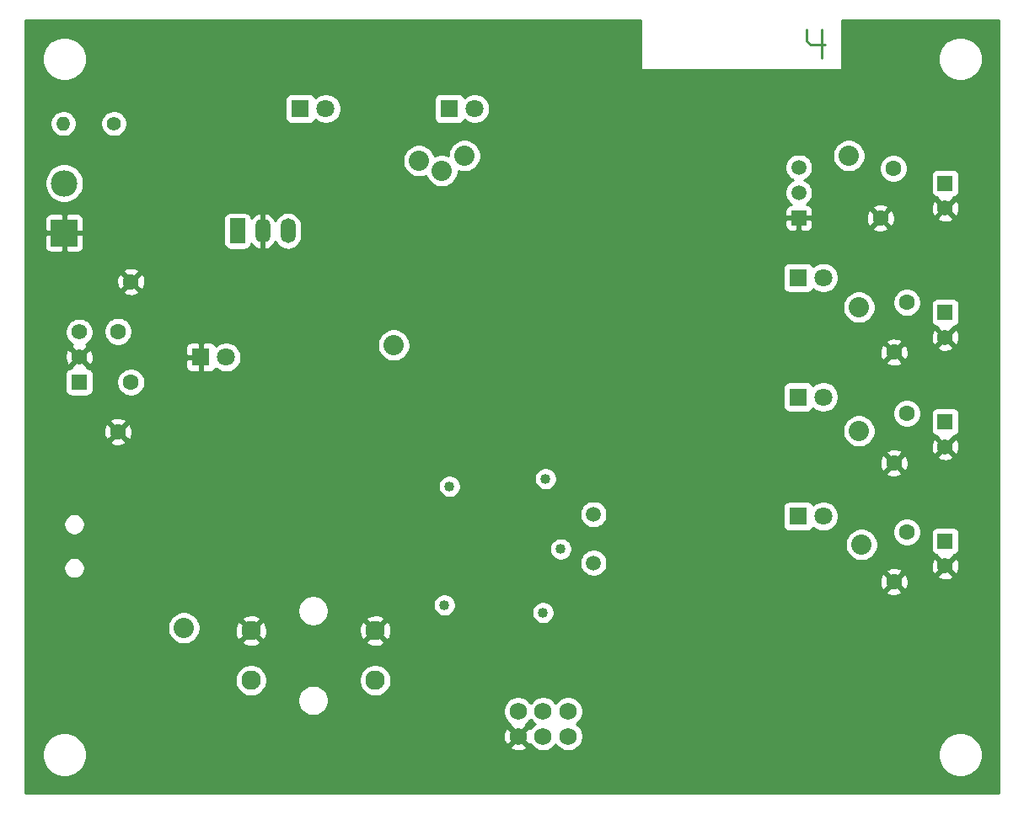
<source format=gbr>
G04 #@! TF.GenerationSoftware,KiCad,Pcbnew,(5.1.9)-1*
G04 #@! TF.CreationDate,2022-11-25T22:29:39+01:00*
G04 #@! TF.ProjectId,PCDB_project,50434442-5f70-4726-9f6a-6563742e6b69,rev?*
G04 #@! TF.SameCoordinates,Original*
G04 #@! TF.FileFunction,Copper,L4,Bot*
G04 #@! TF.FilePolarity,Positive*
%FSLAX46Y46*%
G04 Gerber Fmt 4.6, Leading zero omitted, Abs format (unit mm)*
G04 Created by KiCad (PCBNEW (5.1.9)-1) date 2022-11-25 22:29:39*
%MOMM*%
%LPD*%
G01*
G04 APERTURE LIST*
G04 #@! TA.AperFunction,ComponentPad*
%ADD10R,1.574800X1.574800*%
G04 #@! TD*
G04 #@! TA.AperFunction,ComponentPad*
%ADD11C,1.574800*%
G04 #@! TD*
G04 #@! TA.AperFunction,ComponentPad*
%ADD12C,1.600000*%
G04 #@! TD*
G04 #@! TA.AperFunction,ComponentPad*
%ADD13C,1.727200*%
G04 #@! TD*
G04 #@! TA.AperFunction,ComponentPad*
%ADD14C,1.500000*%
G04 #@! TD*
G04 #@! TA.AperFunction,ComponentPad*
%ADD15C,1.400000*%
G04 #@! TD*
G04 #@! TA.AperFunction,ComponentPad*
%ADD16O,1.400000X1.400000*%
G04 #@! TD*
G04 #@! TA.AperFunction,ComponentPad*
%ADD17C,2.667000*%
G04 #@! TD*
G04 #@! TA.AperFunction,ComponentPad*
%ADD18R,2.667000X2.667000*%
G04 #@! TD*
G04 #@! TA.AperFunction,ComponentPad*
%ADD19C,1.800000*%
G04 #@! TD*
G04 #@! TA.AperFunction,ComponentPad*
%ADD20R,1.800000X1.800000*%
G04 #@! TD*
G04 #@! TA.AperFunction,ComponentPad*
%ADD21C,1.955800*%
G04 #@! TD*
G04 #@! TA.AperFunction,ComponentPad*
%ADD22R,1.500000X2.500000*%
G04 #@! TD*
G04 #@! TA.AperFunction,ComponentPad*
%ADD23O,1.500000X2.500000*%
G04 #@! TD*
G04 #@! TA.AperFunction,ComponentPad*
%ADD24R,1.500000X1.500000*%
G04 #@! TD*
G04 #@! TA.AperFunction,ViaPad*
%ADD25C,2.032000*%
G04 #@! TD*
G04 #@! TA.AperFunction,ViaPad*
%ADD26C,1.016000*%
G04 #@! TD*
G04 #@! TA.AperFunction,Conductor*
%ADD27C,0.254000*%
G04 #@! TD*
G04 #@! TA.AperFunction,Conductor*
%ADD28C,0.100000*%
G04 #@! TD*
G04 APERTURE END LIST*
D10*
X6500000Y-37500000D03*
D11*
X6500000Y-34985400D03*
X6500000Y-32470800D03*
D12*
X89662000Y-40640000D03*
X88362000Y-45640000D03*
D13*
X50596800Y-70612000D03*
X55626000Y-73126600D03*
X50596800Y-73126600D03*
X53111400Y-70612000D03*
X53111400Y-73126600D03*
X55626000Y-70612000D03*
D14*
X58166000Y-55700000D03*
X58166000Y-50800000D03*
D15*
X10000000Y-11500000D03*
D16*
X4920000Y-11500000D03*
D17*
X5000000Y-17496200D03*
D18*
X5000000Y-22500000D03*
D11*
X93500000Y-20014600D03*
D10*
X93500000Y-17500000D03*
X93500000Y-30500000D03*
D11*
X93500000Y-33014600D03*
X93500000Y-44014600D03*
D10*
X93500000Y-41500000D03*
X93500000Y-53500000D03*
D11*
X93500000Y-56014600D03*
D19*
X31270000Y-10000000D03*
D20*
X28730000Y-10000000D03*
X43700000Y-10000000D03*
D19*
X46240000Y-10000000D03*
X21270000Y-35000000D03*
D20*
X18730000Y-35000000D03*
X78730000Y-27000000D03*
D19*
X81270000Y-27000000D03*
D20*
X78730000Y-39000000D03*
D19*
X81270000Y-39000000D03*
X81270000Y-51000000D03*
D20*
X78730000Y-51000000D03*
D12*
X87000000Y-21000000D03*
X88300000Y-16000000D03*
X10400000Y-32400000D03*
X11700000Y-27400000D03*
X10400000Y-42500000D03*
X11700000Y-37500000D03*
X89662000Y-29500000D03*
X88362000Y-34500000D03*
X88362000Y-57578000D03*
X89662000Y-52578000D03*
D21*
X36248400Y-67510400D03*
X36248400Y-62506600D03*
X23751600Y-67510400D03*
X23751600Y-62506600D03*
D22*
X22400000Y-22300000D03*
D23*
X24940000Y-22300000D03*
X27480000Y-22300000D03*
D14*
X78800000Y-18460000D03*
X78800000Y-15920000D03*
D24*
X78800000Y-21000000D03*
D25*
X38354000Y-25654000D03*
X38862000Y-3556000D03*
X23622000Y-6096000D03*
X18034000Y-25908000D03*
X48870000Y-15850000D03*
X54356000Y-15748000D03*
X54356000Y-20066000D03*
X48768000Y-26670000D03*
X54356000Y-26670000D03*
X54356000Y-22606000D03*
D26*
X64262000Y-53594000D03*
X55372000Y-58928000D03*
X46990000Y-60960000D03*
X50546000Y-60960000D03*
X41148000Y-57150000D03*
X46482000Y-46482000D03*
X26416000Y-46736000D03*
X27686000Y-40386000D03*
D25*
X12954000Y-59944000D03*
X20066000Y-72390000D03*
D26*
X84582000Y-58928000D03*
X77216000Y-70866000D03*
X55118000Y-47244000D03*
D25*
X38100000Y-33782000D03*
X40640000Y-15240000D03*
X45212000Y-14732000D03*
X42926000Y-16256000D03*
D26*
X54864000Y-54288200D03*
X53086000Y-60706000D03*
X43180000Y-59944000D03*
X43688000Y-48006000D03*
D25*
X17018000Y-62230000D03*
X83820000Y-14732000D03*
X84836000Y-42418000D03*
X84836000Y-29972000D03*
X85090000Y-53848000D03*
D26*
X53340000Y-47244000D03*
D27*
X81100000Y-2000000D02*
X81100000Y-4900000D01*
X79600000Y-3200000D02*
X80000000Y-3600000D01*
X79600000Y-2000000D02*
X79600000Y-3200000D01*
X80000000Y-3600000D02*
X81400000Y-3600000D01*
X62873000Y-6000000D02*
X62875440Y-6024776D01*
X62882667Y-6048601D01*
X62894403Y-6070557D01*
X62910197Y-6089803D01*
X62929443Y-6105597D01*
X62951399Y-6117333D01*
X62975224Y-6124560D01*
X63000000Y-6127000D01*
X83000000Y-6127000D01*
X83024776Y-6124560D01*
X83048601Y-6117333D01*
X83070557Y-6105597D01*
X83089803Y-6089803D01*
X83105597Y-6070557D01*
X83117333Y-6048601D01*
X83124560Y-6024776D01*
X83127000Y-6000000D01*
X83127000Y-4779872D01*
X92765000Y-4779872D01*
X92765000Y-5220128D01*
X92850890Y-5651925D01*
X93019369Y-6058669D01*
X93263962Y-6424729D01*
X93575271Y-6736038D01*
X93941331Y-6980631D01*
X94348075Y-7149110D01*
X94779872Y-7235000D01*
X95220128Y-7235000D01*
X95651925Y-7149110D01*
X96058669Y-6980631D01*
X96424729Y-6736038D01*
X96736038Y-6424729D01*
X96980631Y-6058669D01*
X97149110Y-5651925D01*
X97235000Y-5220128D01*
X97235000Y-4779872D01*
X97149110Y-4348075D01*
X96980631Y-3941331D01*
X96736038Y-3575271D01*
X96424729Y-3263962D01*
X96058669Y-3019369D01*
X95651925Y-2850890D01*
X95220128Y-2765000D01*
X94779872Y-2765000D01*
X94348075Y-2850890D01*
X93941331Y-3019369D01*
X93575271Y-3263962D01*
X93263962Y-3575271D01*
X93019369Y-3941331D01*
X92850890Y-4348075D01*
X92765000Y-4779872D01*
X83127000Y-4779872D01*
X83127000Y-1127000D01*
X98873000Y-1127000D01*
X98873000Y-78873000D01*
X1127000Y-78873000D01*
X1127000Y-74779872D01*
X2765000Y-74779872D01*
X2765000Y-75220128D01*
X2850890Y-75651925D01*
X3019369Y-76058669D01*
X3263962Y-76424729D01*
X3575271Y-76736038D01*
X3941331Y-76980631D01*
X4348075Y-77149110D01*
X4779872Y-77235000D01*
X5220128Y-77235000D01*
X5651925Y-77149110D01*
X6058669Y-76980631D01*
X6424729Y-76736038D01*
X6736038Y-76424729D01*
X6980631Y-76058669D01*
X7149110Y-75651925D01*
X7235000Y-75220128D01*
X7235000Y-74779872D01*
X92765000Y-74779872D01*
X92765000Y-75220128D01*
X92850890Y-75651925D01*
X93019369Y-76058669D01*
X93263962Y-76424729D01*
X93575271Y-76736038D01*
X93941331Y-76980631D01*
X94348075Y-77149110D01*
X94779872Y-77235000D01*
X95220128Y-77235000D01*
X95651925Y-77149110D01*
X96058669Y-76980631D01*
X96424729Y-76736038D01*
X96736038Y-76424729D01*
X96980631Y-76058669D01*
X97149110Y-75651925D01*
X97235000Y-75220128D01*
X97235000Y-74779872D01*
X97149110Y-74348075D01*
X96980631Y-73941331D01*
X96736038Y-73575271D01*
X96424729Y-73263962D01*
X96058669Y-73019369D01*
X95651925Y-72850890D01*
X95220128Y-72765000D01*
X94779872Y-72765000D01*
X94348075Y-72850890D01*
X93941331Y-73019369D01*
X93575271Y-73263962D01*
X93263962Y-73575271D01*
X93019369Y-73941331D01*
X92850890Y-74348075D01*
X92765000Y-74779872D01*
X7235000Y-74779872D01*
X7149110Y-74348075D01*
X7073156Y-74164704D01*
X49738301Y-74164704D01*
X49817582Y-74415167D01*
X50083941Y-74542426D01*
X50370010Y-74615275D01*
X50664793Y-74630915D01*
X50956964Y-74588745D01*
X51235293Y-74490386D01*
X51376018Y-74415167D01*
X51455299Y-74164704D01*
X50596800Y-73306205D01*
X49738301Y-74164704D01*
X7073156Y-74164704D01*
X6980631Y-73941331D01*
X6736038Y-73575271D01*
X6424729Y-73263962D01*
X6320911Y-73194593D01*
X49092485Y-73194593D01*
X49134655Y-73486764D01*
X49233014Y-73765093D01*
X49308233Y-73905818D01*
X49558696Y-73985099D01*
X50417195Y-73126600D01*
X49558696Y-72268101D01*
X49308233Y-72347382D01*
X49180974Y-72613741D01*
X49108125Y-72899810D01*
X49092485Y-73194593D01*
X6320911Y-73194593D01*
X6058669Y-73019369D01*
X5651925Y-72850890D01*
X5220128Y-72765000D01*
X4779872Y-72765000D01*
X4348075Y-72850890D01*
X3941331Y-73019369D01*
X3575271Y-73263962D01*
X3263962Y-73575271D01*
X3019369Y-73941331D01*
X2850890Y-74348075D01*
X2765000Y-74779872D01*
X1127000Y-74779872D01*
X1127000Y-69363147D01*
X28437900Y-69363147D01*
X28437900Y-69670853D01*
X28497931Y-69972648D01*
X28615685Y-70256932D01*
X28786638Y-70512780D01*
X29004220Y-70730362D01*
X29260068Y-70901315D01*
X29544352Y-71019069D01*
X29846147Y-71079100D01*
X30153853Y-71079100D01*
X30455648Y-71019069D01*
X30739932Y-70901315D01*
X30995780Y-70730362D01*
X31213362Y-70512780D01*
X31245687Y-70464401D01*
X49098200Y-70464401D01*
X49098200Y-70759599D01*
X49155790Y-71049125D01*
X49268758Y-71321853D01*
X49432761Y-71567302D01*
X49641498Y-71776039D01*
X49803039Y-71883977D01*
X49738301Y-72088496D01*
X50596800Y-72946995D01*
X51455299Y-72088496D01*
X51390561Y-71883977D01*
X51552102Y-71776039D01*
X51760839Y-71567302D01*
X51854100Y-71427726D01*
X51947361Y-71567302D01*
X52156098Y-71776039D01*
X52295674Y-71869300D01*
X52156098Y-71962561D01*
X51947361Y-72171298D01*
X51839423Y-72332839D01*
X51634904Y-72268101D01*
X50776405Y-73126600D01*
X51634904Y-73985099D01*
X51839423Y-73920361D01*
X51947361Y-74081902D01*
X52156098Y-74290639D01*
X52401547Y-74454642D01*
X52674275Y-74567610D01*
X52963801Y-74625200D01*
X53258999Y-74625200D01*
X53548525Y-74567610D01*
X53821253Y-74454642D01*
X54066702Y-74290639D01*
X54275439Y-74081902D01*
X54368700Y-73942326D01*
X54461961Y-74081902D01*
X54670698Y-74290639D01*
X54916147Y-74454642D01*
X55188875Y-74567610D01*
X55478401Y-74625200D01*
X55773599Y-74625200D01*
X56063125Y-74567610D01*
X56335853Y-74454642D01*
X56581302Y-74290639D01*
X56790039Y-74081902D01*
X56954042Y-73836453D01*
X57067010Y-73563725D01*
X57124600Y-73274199D01*
X57124600Y-72979001D01*
X57067010Y-72689475D01*
X56954042Y-72416747D01*
X56790039Y-72171298D01*
X56581302Y-71962561D01*
X56441726Y-71869300D01*
X56581302Y-71776039D01*
X56790039Y-71567302D01*
X56954042Y-71321853D01*
X57067010Y-71049125D01*
X57124600Y-70759599D01*
X57124600Y-70464401D01*
X57067010Y-70174875D01*
X56954042Y-69902147D01*
X56790039Y-69656698D01*
X56581302Y-69447961D01*
X56335853Y-69283958D01*
X56063125Y-69170990D01*
X55773599Y-69113400D01*
X55478401Y-69113400D01*
X55188875Y-69170990D01*
X54916147Y-69283958D01*
X54670698Y-69447961D01*
X54461961Y-69656698D01*
X54368700Y-69796274D01*
X54275439Y-69656698D01*
X54066702Y-69447961D01*
X53821253Y-69283958D01*
X53548525Y-69170990D01*
X53258999Y-69113400D01*
X52963801Y-69113400D01*
X52674275Y-69170990D01*
X52401547Y-69283958D01*
X52156098Y-69447961D01*
X51947361Y-69656698D01*
X51854100Y-69796274D01*
X51760839Y-69656698D01*
X51552102Y-69447961D01*
X51306653Y-69283958D01*
X51033925Y-69170990D01*
X50744399Y-69113400D01*
X50449201Y-69113400D01*
X50159675Y-69170990D01*
X49886947Y-69283958D01*
X49641498Y-69447961D01*
X49432761Y-69656698D01*
X49268758Y-69902147D01*
X49155790Y-70174875D01*
X49098200Y-70464401D01*
X31245687Y-70464401D01*
X31384315Y-70256932D01*
X31502069Y-69972648D01*
X31562100Y-69670853D01*
X31562100Y-69363147D01*
X31502069Y-69061352D01*
X31384315Y-68777068D01*
X31213362Y-68521220D01*
X30995780Y-68303638D01*
X30739932Y-68132685D01*
X30455648Y-68014931D01*
X30153853Y-67954900D01*
X29846147Y-67954900D01*
X29544352Y-68014931D01*
X29260068Y-68132685D01*
X29004220Y-68303638D01*
X28786638Y-68521220D01*
X28615685Y-68777068D01*
X28497931Y-69061352D01*
X28437900Y-69363147D01*
X1127000Y-69363147D01*
X1127000Y-67351543D01*
X22138700Y-67351543D01*
X22138700Y-67669257D01*
X22200683Y-67980866D01*
X22322267Y-68274395D01*
X22498779Y-68538564D01*
X22723436Y-68763221D01*
X22987605Y-68939733D01*
X23281134Y-69061317D01*
X23592743Y-69123300D01*
X23910457Y-69123300D01*
X24222066Y-69061317D01*
X24515595Y-68939733D01*
X24779764Y-68763221D01*
X25004421Y-68538564D01*
X25180933Y-68274395D01*
X25302517Y-67980866D01*
X25364500Y-67669257D01*
X25364500Y-67351543D01*
X34635500Y-67351543D01*
X34635500Y-67669257D01*
X34697483Y-67980866D01*
X34819067Y-68274395D01*
X34995579Y-68538564D01*
X35220236Y-68763221D01*
X35484405Y-68939733D01*
X35777934Y-69061317D01*
X36089543Y-69123300D01*
X36407257Y-69123300D01*
X36718866Y-69061317D01*
X37012395Y-68939733D01*
X37276564Y-68763221D01*
X37501221Y-68538564D01*
X37677733Y-68274395D01*
X37799317Y-67980866D01*
X37861300Y-67669257D01*
X37861300Y-67351543D01*
X37799317Y-67039934D01*
X37677733Y-66746405D01*
X37501221Y-66482236D01*
X37276564Y-66257579D01*
X37012395Y-66081067D01*
X36718866Y-65959483D01*
X36407257Y-65897500D01*
X36089543Y-65897500D01*
X35777934Y-65959483D01*
X35484405Y-66081067D01*
X35220236Y-66257579D01*
X34995579Y-66482236D01*
X34819067Y-66746405D01*
X34697483Y-67039934D01*
X34635500Y-67351543D01*
X25364500Y-67351543D01*
X25302517Y-67039934D01*
X25180933Y-66746405D01*
X25004421Y-66482236D01*
X24779764Y-66257579D01*
X24515595Y-66081067D01*
X24222066Y-65959483D01*
X23910457Y-65897500D01*
X23592743Y-65897500D01*
X23281134Y-65959483D01*
X22987605Y-66081067D01*
X22723436Y-66257579D01*
X22498779Y-66482236D01*
X22322267Y-66746405D01*
X22200683Y-67039934D01*
X22138700Y-67351543D01*
X1127000Y-67351543D01*
X1127000Y-62067391D01*
X15367000Y-62067391D01*
X15367000Y-62392609D01*
X15430447Y-62711579D01*
X15554903Y-63012042D01*
X15735585Y-63282451D01*
X15965549Y-63512415D01*
X16235958Y-63693097D01*
X16536421Y-63817553D01*
X16855391Y-63881000D01*
X17180609Y-63881000D01*
X17499579Y-63817553D01*
X17800042Y-63693097D01*
X17900082Y-63626252D01*
X22811553Y-63626252D01*
X22904649Y-63888394D01*
X23190497Y-64027075D01*
X23497908Y-64107326D01*
X23815069Y-64126060D01*
X24129791Y-64082561D01*
X24429979Y-63978497D01*
X24598551Y-63888394D01*
X24691647Y-63626252D01*
X35308353Y-63626252D01*
X35401449Y-63888394D01*
X35687297Y-64027075D01*
X35994708Y-64107326D01*
X36311869Y-64126060D01*
X36626591Y-64082561D01*
X36926779Y-63978497D01*
X37095351Y-63888394D01*
X37188447Y-63626252D01*
X36248400Y-62686205D01*
X35308353Y-63626252D01*
X24691647Y-63626252D01*
X23751600Y-62686205D01*
X22811553Y-63626252D01*
X17900082Y-63626252D01*
X18070451Y-63512415D01*
X18300415Y-63282451D01*
X18481097Y-63012042D01*
X18605553Y-62711579D01*
X18633701Y-62570069D01*
X22132140Y-62570069D01*
X22175639Y-62884791D01*
X22279703Y-63184979D01*
X22369806Y-63353551D01*
X22631948Y-63446647D01*
X23571995Y-62506600D01*
X23931205Y-62506600D01*
X24871252Y-63446647D01*
X25133394Y-63353551D01*
X25272075Y-63067703D01*
X25352326Y-62760292D01*
X25363562Y-62570069D01*
X34628940Y-62570069D01*
X34672439Y-62884791D01*
X34776503Y-63184979D01*
X34866606Y-63353551D01*
X35128748Y-63446647D01*
X36068795Y-62506600D01*
X36428005Y-62506600D01*
X37368052Y-63446647D01*
X37630194Y-63353551D01*
X37768875Y-63067703D01*
X37849126Y-62760292D01*
X37867860Y-62443131D01*
X37824361Y-62128409D01*
X37720297Y-61828221D01*
X37630194Y-61659649D01*
X37368052Y-61566553D01*
X36428005Y-62506600D01*
X36068795Y-62506600D01*
X35128748Y-61566553D01*
X34866606Y-61659649D01*
X34727925Y-61945497D01*
X34647674Y-62252908D01*
X34628940Y-62570069D01*
X25363562Y-62570069D01*
X25371060Y-62443131D01*
X25327561Y-62128409D01*
X25223497Y-61828221D01*
X25133394Y-61659649D01*
X24871252Y-61566553D01*
X23931205Y-62506600D01*
X23571995Y-62506600D01*
X22631948Y-61566553D01*
X22369806Y-61659649D01*
X22231125Y-61945497D01*
X22150874Y-62252908D01*
X22132140Y-62570069D01*
X18633701Y-62570069D01*
X18669000Y-62392609D01*
X18669000Y-62067391D01*
X18605553Y-61748421D01*
X18481097Y-61447958D01*
X18440332Y-61386948D01*
X22811553Y-61386948D01*
X23751600Y-62326995D01*
X24691647Y-61386948D01*
X24598551Y-61124806D01*
X24312703Y-60986125D01*
X24005292Y-60905874D01*
X23688131Y-60887140D01*
X23373409Y-60930639D01*
X23073221Y-61034703D01*
X22904649Y-61124806D01*
X22811553Y-61386948D01*
X18440332Y-61386948D01*
X18300415Y-61177549D01*
X18070451Y-60947585D01*
X17800042Y-60766903D01*
X17499579Y-60642447D01*
X17180609Y-60579000D01*
X16855391Y-60579000D01*
X16536421Y-60642447D01*
X16235958Y-60766903D01*
X15965549Y-60947585D01*
X15735585Y-61177549D01*
X15554903Y-61447958D01*
X15430447Y-61748421D01*
X15367000Y-62067391D01*
X1127000Y-62067391D01*
X1127000Y-60346147D01*
X28437900Y-60346147D01*
X28437900Y-60653853D01*
X28497931Y-60955648D01*
X28615685Y-61239932D01*
X28786638Y-61495780D01*
X29004220Y-61713362D01*
X29260068Y-61884315D01*
X29544352Y-62002069D01*
X29846147Y-62062100D01*
X30153853Y-62062100D01*
X30455648Y-62002069D01*
X30739932Y-61884315D01*
X30995780Y-61713362D01*
X31213362Y-61495780D01*
X31286081Y-61386948D01*
X35308353Y-61386948D01*
X36248400Y-62326995D01*
X37188447Y-61386948D01*
X37095351Y-61124806D01*
X36809503Y-60986125D01*
X36502092Y-60905874D01*
X36184931Y-60887140D01*
X35870209Y-60930639D01*
X35570021Y-61034703D01*
X35401449Y-61124806D01*
X35308353Y-61386948D01*
X31286081Y-61386948D01*
X31384315Y-61239932D01*
X31502069Y-60955648D01*
X31562100Y-60653853D01*
X31562100Y-60346147D01*
X31502069Y-60044352D01*
X31413872Y-59831424D01*
X42037000Y-59831424D01*
X42037000Y-60056576D01*
X42080925Y-60277401D01*
X42167087Y-60485413D01*
X42292174Y-60672620D01*
X42451380Y-60831826D01*
X42638587Y-60956913D01*
X42846599Y-61043075D01*
X43067424Y-61087000D01*
X43292576Y-61087000D01*
X43513401Y-61043075D01*
X43721413Y-60956913D01*
X43908620Y-60831826D01*
X44067826Y-60672620D01*
X44120742Y-60593424D01*
X51943000Y-60593424D01*
X51943000Y-60818576D01*
X51986925Y-61039401D01*
X52073087Y-61247413D01*
X52198174Y-61434620D01*
X52357380Y-61593826D01*
X52544587Y-61718913D01*
X52752599Y-61805075D01*
X52973424Y-61849000D01*
X53198576Y-61849000D01*
X53419401Y-61805075D01*
X53627413Y-61718913D01*
X53814620Y-61593826D01*
X53973826Y-61434620D01*
X54098913Y-61247413D01*
X54185075Y-61039401D01*
X54229000Y-60818576D01*
X54229000Y-60593424D01*
X54185075Y-60372599D01*
X54098913Y-60164587D01*
X53973826Y-59977380D01*
X53814620Y-59818174D01*
X53627413Y-59693087D01*
X53419401Y-59606925D01*
X53198576Y-59563000D01*
X52973424Y-59563000D01*
X52752599Y-59606925D01*
X52544587Y-59693087D01*
X52357380Y-59818174D01*
X52198174Y-59977380D01*
X52073087Y-60164587D01*
X51986925Y-60372599D01*
X51943000Y-60593424D01*
X44120742Y-60593424D01*
X44192913Y-60485413D01*
X44279075Y-60277401D01*
X44323000Y-60056576D01*
X44323000Y-59831424D01*
X44279075Y-59610599D01*
X44192913Y-59402587D01*
X44067826Y-59215380D01*
X43908620Y-59056174D01*
X43721413Y-58931087D01*
X43513401Y-58844925D01*
X43292576Y-58801000D01*
X43067424Y-58801000D01*
X42846599Y-58844925D01*
X42638587Y-58931087D01*
X42451380Y-59056174D01*
X42292174Y-59215380D01*
X42167087Y-59402587D01*
X42080925Y-59610599D01*
X42037000Y-59831424D01*
X31413872Y-59831424D01*
X31384315Y-59760068D01*
X31213362Y-59504220D01*
X30995780Y-59286638D01*
X30739932Y-59115685D01*
X30455648Y-58997931D01*
X30153853Y-58937900D01*
X29846147Y-58937900D01*
X29544352Y-58997931D01*
X29260068Y-59115685D01*
X29004220Y-59286638D01*
X28786638Y-59504220D01*
X28615685Y-59760068D01*
X28497931Y-60044352D01*
X28437900Y-60346147D01*
X1127000Y-60346147D01*
X1127000Y-58570702D01*
X87548903Y-58570702D01*
X87620486Y-58814671D01*
X87875996Y-58935571D01*
X88150184Y-59004300D01*
X88432512Y-59018217D01*
X88712130Y-58976787D01*
X88978292Y-58881603D01*
X89103514Y-58814671D01*
X89175097Y-58570702D01*
X88362000Y-57757605D01*
X87548903Y-58570702D01*
X1127000Y-58570702D01*
X1127000Y-57648512D01*
X86921783Y-57648512D01*
X86963213Y-57928130D01*
X87058397Y-58194292D01*
X87125329Y-58319514D01*
X87369298Y-58391097D01*
X88182395Y-57578000D01*
X88541605Y-57578000D01*
X89354702Y-58391097D01*
X89598671Y-58319514D01*
X89719571Y-58064004D01*
X89788300Y-57789816D01*
X89802217Y-57507488D01*
X89760787Y-57227870D01*
X89678691Y-56998305D01*
X92695900Y-56998305D01*
X92765957Y-57240988D01*
X93019318Y-57360628D01*
X93291151Y-57428541D01*
X93571010Y-57442117D01*
X93848140Y-57400834D01*
X94111892Y-57306279D01*
X94234043Y-57240988D01*
X94304100Y-56998305D01*
X93500000Y-56194205D01*
X92695900Y-56998305D01*
X89678691Y-56998305D01*
X89665603Y-56961708D01*
X89598671Y-56836486D01*
X89354702Y-56764903D01*
X88541605Y-57578000D01*
X88182395Y-57578000D01*
X87369298Y-56764903D01*
X87125329Y-56836486D01*
X87004429Y-57091996D01*
X86935700Y-57366184D01*
X86921783Y-57648512D01*
X1127000Y-57648512D01*
X1127000Y-56093137D01*
X4915000Y-56093137D01*
X4915000Y-56306863D01*
X4956696Y-56516483D01*
X5038485Y-56713940D01*
X5157225Y-56891647D01*
X5308353Y-57042775D01*
X5486060Y-57161515D01*
X5683517Y-57243304D01*
X5893137Y-57285000D01*
X6106863Y-57285000D01*
X6316483Y-57243304D01*
X6513940Y-57161515D01*
X6691647Y-57042775D01*
X6842775Y-56891647D01*
X6961515Y-56713940D01*
X7043304Y-56516483D01*
X7085000Y-56306863D01*
X7085000Y-56093137D01*
X7043304Y-55883517D01*
X6961515Y-55686060D01*
X6879683Y-55563589D01*
X56781000Y-55563589D01*
X56781000Y-55836411D01*
X56834225Y-56103989D01*
X56938629Y-56356043D01*
X57090201Y-56582886D01*
X57283114Y-56775799D01*
X57509957Y-56927371D01*
X57762011Y-57031775D01*
X58029589Y-57085000D01*
X58302411Y-57085000D01*
X58569989Y-57031775D01*
X58822043Y-56927371D01*
X59048886Y-56775799D01*
X59239387Y-56585298D01*
X87548903Y-56585298D01*
X88362000Y-57398395D01*
X89175097Y-56585298D01*
X89103514Y-56341329D01*
X88848004Y-56220429D01*
X88573816Y-56151700D01*
X88291488Y-56137783D01*
X88011870Y-56179213D01*
X87745708Y-56274397D01*
X87620486Y-56341329D01*
X87548903Y-56585298D01*
X59239387Y-56585298D01*
X59241799Y-56582886D01*
X59393371Y-56356043D01*
X59497775Y-56103989D01*
X59501430Y-56085610D01*
X92072483Y-56085610D01*
X92113766Y-56362740D01*
X92208321Y-56626492D01*
X92273612Y-56748643D01*
X92516295Y-56818700D01*
X93320395Y-56014600D01*
X93679605Y-56014600D01*
X94483705Y-56818700D01*
X94726388Y-56748643D01*
X94846028Y-56495282D01*
X94913941Y-56223449D01*
X94927517Y-55943590D01*
X94886234Y-55666460D01*
X94791679Y-55402708D01*
X94726388Y-55280557D01*
X94483705Y-55210500D01*
X93679605Y-56014600D01*
X93320395Y-56014600D01*
X92516295Y-55210500D01*
X92273612Y-55280557D01*
X92153972Y-55533918D01*
X92086059Y-55805751D01*
X92072483Y-56085610D01*
X59501430Y-56085610D01*
X59551000Y-55836411D01*
X59551000Y-55563589D01*
X59497775Y-55296011D01*
X59393371Y-55043957D01*
X59241799Y-54817114D01*
X59048886Y-54624201D01*
X58822043Y-54472629D01*
X58569989Y-54368225D01*
X58302411Y-54315000D01*
X58029589Y-54315000D01*
X57762011Y-54368225D01*
X57509957Y-54472629D01*
X57283114Y-54624201D01*
X57090201Y-54817114D01*
X56938629Y-55043957D01*
X56834225Y-55296011D01*
X56781000Y-55563589D01*
X6879683Y-55563589D01*
X6842775Y-55508353D01*
X6691647Y-55357225D01*
X6513940Y-55238485D01*
X6316483Y-55156696D01*
X6106863Y-55115000D01*
X5893137Y-55115000D01*
X5683517Y-55156696D01*
X5486060Y-55238485D01*
X5308353Y-55357225D01*
X5157225Y-55508353D01*
X5038485Y-55686060D01*
X4956696Y-55883517D01*
X4915000Y-56093137D01*
X1127000Y-56093137D01*
X1127000Y-54175624D01*
X53721000Y-54175624D01*
X53721000Y-54400776D01*
X53764925Y-54621601D01*
X53851087Y-54829613D01*
X53976174Y-55016820D01*
X54135380Y-55176026D01*
X54322587Y-55301113D01*
X54530599Y-55387275D01*
X54751424Y-55431200D01*
X54976576Y-55431200D01*
X55197401Y-55387275D01*
X55405413Y-55301113D01*
X55592620Y-55176026D01*
X55751826Y-55016820D01*
X55876913Y-54829613D01*
X55963075Y-54621601D01*
X56007000Y-54400776D01*
X56007000Y-54175624D01*
X55963075Y-53954799D01*
X55876913Y-53746787D01*
X55835890Y-53685391D01*
X83439000Y-53685391D01*
X83439000Y-54010609D01*
X83502447Y-54329579D01*
X83626903Y-54630042D01*
X83807585Y-54900451D01*
X84037549Y-55130415D01*
X84307958Y-55311097D01*
X84608421Y-55435553D01*
X84927391Y-55499000D01*
X85252609Y-55499000D01*
X85571579Y-55435553D01*
X85872042Y-55311097D01*
X86142451Y-55130415D01*
X86372415Y-54900451D01*
X86553097Y-54630042D01*
X86677553Y-54329579D01*
X86741000Y-54010609D01*
X86741000Y-53685391D01*
X86677553Y-53366421D01*
X86553097Y-53065958D01*
X86372415Y-52795549D01*
X86142451Y-52565585D01*
X85949510Y-52436665D01*
X88227000Y-52436665D01*
X88227000Y-52719335D01*
X88282147Y-52996574D01*
X88390320Y-53257727D01*
X88547363Y-53492759D01*
X88747241Y-53692637D01*
X88982273Y-53849680D01*
X89243426Y-53957853D01*
X89520665Y-54013000D01*
X89803335Y-54013000D01*
X90080574Y-53957853D01*
X90341727Y-53849680D01*
X90576759Y-53692637D01*
X90776637Y-53492759D01*
X90933680Y-53257727D01*
X91041853Y-52996574D01*
X91097000Y-52719335D01*
X91097000Y-52712600D01*
X92074528Y-52712600D01*
X92074528Y-54287400D01*
X92086788Y-54411882D01*
X92123098Y-54531580D01*
X92182063Y-54641894D01*
X92261415Y-54738585D01*
X92358106Y-54817937D01*
X92468420Y-54876902D01*
X92588118Y-54913212D01*
X92712600Y-54925472D01*
X92726333Y-54925472D01*
X92695900Y-55030895D01*
X93500000Y-55834995D01*
X94304100Y-55030895D01*
X94273667Y-54925472D01*
X94287400Y-54925472D01*
X94411882Y-54913212D01*
X94531580Y-54876902D01*
X94641894Y-54817937D01*
X94738585Y-54738585D01*
X94817937Y-54641894D01*
X94876902Y-54531580D01*
X94913212Y-54411882D01*
X94925472Y-54287400D01*
X94925472Y-52712600D01*
X94913212Y-52588118D01*
X94876902Y-52468420D01*
X94817937Y-52358106D01*
X94738585Y-52261415D01*
X94641894Y-52182063D01*
X94531580Y-52123098D01*
X94411882Y-52086788D01*
X94287400Y-52074528D01*
X92712600Y-52074528D01*
X92588118Y-52086788D01*
X92468420Y-52123098D01*
X92358106Y-52182063D01*
X92261415Y-52261415D01*
X92182063Y-52358106D01*
X92123098Y-52468420D01*
X92086788Y-52588118D01*
X92074528Y-52712600D01*
X91097000Y-52712600D01*
X91097000Y-52436665D01*
X91041853Y-52159426D01*
X90933680Y-51898273D01*
X90776637Y-51663241D01*
X90576759Y-51463363D01*
X90341727Y-51306320D01*
X90080574Y-51198147D01*
X89803335Y-51143000D01*
X89520665Y-51143000D01*
X89243426Y-51198147D01*
X88982273Y-51306320D01*
X88747241Y-51463363D01*
X88547363Y-51663241D01*
X88390320Y-51898273D01*
X88282147Y-52159426D01*
X88227000Y-52436665D01*
X85949510Y-52436665D01*
X85872042Y-52384903D01*
X85571579Y-52260447D01*
X85252609Y-52197000D01*
X84927391Y-52197000D01*
X84608421Y-52260447D01*
X84307958Y-52384903D01*
X84037549Y-52565585D01*
X83807585Y-52795549D01*
X83626903Y-53065958D01*
X83502447Y-53366421D01*
X83439000Y-53685391D01*
X55835890Y-53685391D01*
X55751826Y-53559580D01*
X55592620Y-53400374D01*
X55405413Y-53275287D01*
X55197401Y-53189125D01*
X54976576Y-53145200D01*
X54751424Y-53145200D01*
X54530599Y-53189125D01*
X54322587Y-53275287D01*
X54135380Y-53400374D01*
X53976174Y-53559580D01*
X53851087Y-53746787D01*
X53764925Y-53954799D01*
X53721000Y-54175624D01*
X1127000Y-54175624D01*
X1127000Y-51693137D01*
X4915000Y-51693137D01*
X4915000Y-51906863D01*
X4956696Y-52116483D01*
X5038485Y-52313940D01*
X5157225Y-52491647D01*
X5308353Y-52642775D01*
X5486060Y-52761515D01*
X5683517Y-52843304D01*
X5893137Y-52885000D01*
X6106863Y-52885000D01*
X6316483Y-52843304D01*
X6513940Y-52761515D01*
X6691647Y-52642775D01*
X6842775Y-52491647D01*
X6961515Y-52313940D01*
X7043304Y-52116483D01*
X7085000Y-51906863D01*
X7085000Y-51693137D01*
X7043304Y-51483517D01*
X6961515Y-51286060D01*
X6842775Y-51108353D01*
X6691647Y-50957225D01*
X6513940Y-50838485D01*
X6316483Y-50756696D01*
X6106863Y-50715000D01*
X5893137Y-50715000D01*
X5683517Y-50756696D01*
X5486060Y-50838485D01*
X5308353Y-50957225D01*
X5157225Y-51108353D01*
X5038485Y-51286060D01*
X4956696Y-51483517D01*
X4915000Y-51693137D01*
X1127000Y-51693137D01*
X1127000Y-50663589D01*
X56781000Y-50663589D01*
X56781000Y-50936411D01*
X56834225Y-51203989D01*
X56938629Y-51456043D01*
X57090201Y-51682886D01*
X57283114Y-51875799D01*
X57509957Y-52027371D01*
X57762011Y-52131775D01*
X58029589Y-52185000D01*
X58302411Y-52185000D01*
X58569989Y-52131775D01*
X58822043Y-52027371D01*
X59048886Y-51875799D01*
X59241799Y-51682886D01*
X59393371Y-51456043D01*
X59497775Y-51203989D01*
X59551000Y-50936411D01*
X59551000Y-50663589D01*
X59497775Y-50396011D01*
X59393371Y-50143957D01*
X59364000Y-50100000D01*
X77191928Y-50100000D01*
X77191928Y-51900000D01*
X77204188Y-52024482D01*
X77240498Y-52144180D01*
X77299463Y-52254494D01*
X77378815Y-52351185D01*
X77475506Y-52430537D01*
X77585820Y-52489502D01*
X77705518Y-52525812D01*
X77830000Y-52538072D01*
X79630000Y-52538072D01*
X79754482Y-52525812D01*
X79874180Y-52489502D01*
X79984494Y-52430537D01*
X80081185Y-52351185D01*
X80160537Y-52254494D01*
X80219502Y-52144180D01*
X80225056Y-52125873D01*
X80291495Y-52192312D01*
X80542905Y-52360299D01*
X80822257Y-52476011D01*
X81118816Y-52535000D01*
X81421184Y-52535000D01*
X81717743Y-52476011D01*
X81997095Y-52360299D01*
X82248505Y-52192312D01*
X82462312Y-51978505D01*
X82630299Y-51727095D01*
X82746011Y-51447743D01*
X82805000Y-51151184D01*
X82805000Y-50848816D01*
X82746011Y-50552257D01*
X82630299Y-50272905D01*
X82462312Y-50021495D01*
X82248505Y-49807688D01*
X81997095Y-49639701D01*
X81717743Y-49523989D01*
X81421184Y-49465000D01*
X81118816Y-49465000D01*
X80822257Y-49523989D01*
X80542905Y-49639701D01*
X80291495Y-49807688D01*
X80225056Y-49874127D01*
X80219502Y-49855820D01*
X80160537Y-49745506D01*
X80081185Y-49648815D01*
X79984494Y-49569463D01*
X79874180Y-49510498D01*
X79754482Y-49474188D01*
X79630000Y-49461928D01*
X77830000Y-49461928D01*
X77705518Y-49474188D01*
X77585820Y-49510498D01*
X77475506Y-49569463D01*
X77378815Y-49648815D01*
X77299463Y-49745506D01*
X77240498Y-49855820D01*
X77204188Y-49975518D01*
X77191928Y-50100000D01*
X59364000Y-50100000D01*
X59241799Y-49917114D01*
X59048886Y-49724201D01*
X58822043Y-49572629D01*
X58569989Y-49468225D01*
X58302411Y-49415000D01*
X58029589Y-49415000D01*
X57762011Y-49468225D01*
X57509957Y-49572629D01*
X57283114Y-49724201D01*
X57090201Y-49917114D01*
X56938629Y-50143957D01*
X56834225Y-50396011D01*
X56781000Y-50663589D01*
X1127000Y-50663589D01*
X1127000Y-47893424D01*
X42545000Y-47893424D01*
X42545000Y-48118576D01*
X42588925Y-48339401D01*
X42675087Y-48547413D01*
X42800174Y-48734620D01*
X42959380Y-48893826D01*
X43146587Y-49018913D01*
X43354599Y-49105075D01*
X43575424Y-49149000D01*
X43800576Y-49149000D01*
X44021401Y-49105075D01*
X44229413Y-49018913D01*
X44416620Y-48893826D01*
X44575826Y-48734620D01*
X44700913Y-48547413D01*
X44787075Y-48339401D01*
X44831000Y-48118576D01*
X44831000Y-47893424D01*
X44787075Y-47672599D01*
X44700913Y-47464587D01*
X44575826Y-47277380D01*
X44429870Y-47131424D01*
X52197000Y-47131424D01*
X52197000Y-47356576D01*
X52240925Y-47577401D01*
X52327087Y-47785413D01*
X52452174Y-47972620D01*
X52611380Y-48131826D01*
X52798587Y-48256913D01*
X53006599Y-48343075D01*
X53227424Y-48387000D01*
X53452576Y-48387000D01*
X53673401Y-48343075D01*
X53881413Y-48256913D01*
X54068620Y-48131826D01*
X54227826Y-47972620D01*
X54352913Y-47785413D01*
X54439075Y-47577401D01*
X54483000Y-47356576D01*
X54483000Y-47131424D01*
X54439075Y-46910599D01*
X54352913Y-46702587D01*
X54306218Y-46632702D01*
X87548903Y-46632702D01*
X87620486Y-46876671D01*
X87875996Y-46997571D01*
X88150184Y-47066300D01*
X88432512Y-47080217D01*
X88712130Y-47038787D01*
X88978292Y-46943603D01*
X89103514Y-46876671D01*
X89175097Y-46632702D01*
X88362000Y-45819605D01*
X87548903Y-46632702D01*
X54306218Y-46632702D01*
X54227826Y-46515380D01*
X54068620Y-46356174D01*
X53881413Y-46231087D01*
X53673401Y-46144925D01*
X53452576Y-46101000D01*
X53227424Y-46101000D01*
X53006599Y-46144925D01*
X52798587Y-46231087D01*
X52611380Y-46356174D01*
X52452174Y-46515380D01*
X52327087Y-46702587D01*
X52240925Y-46910599D01*
X52197000Y-47131424D01*
X44429870Y-47131424D01*
X44416620Y-47118174D01*
X44229413Y-46993087D01*
X44021401Y-46906925D01*
X43800576Y-46863000D01*
X43575424Y-46863000D01*
X43354599Y-46906925D01*
X43146587Y-46993087D01*
X42959380Y-47118174D01*
X42800174Y-47277380D01*
X42675087Y-47464587D01*
X42588925Y-47672599D01*
X42545000Y-47893424D01*
X1127000Y-47893424D01*
X1127000Y-45710512D01*
X86921783Y-45710512D01*
X86963213Y-45990130D01*
X87058397Y-46256292D01*
X87125329Y-46381514D01*
X87369298Y-46453097D01*
X88182395Y-45640000D01*
X88541605Y-45640000D01*
X89354702Y-46453097D01*
X89598671Y-46381514D01*
X89719571Y-46126004D01*
X89788300Y-45851816D01*
X89802217Y-45569488D01*
X89760787Y-45289870D01*
X89665603Y-45023708D01*
X89652025Y-44998305D01*
X92695900Y-44998305D01*
X92765957Y-45240988D01*
X93019318Y-45360628D01*
X93291151Y-45428541D01*
X93571010Y-45442117D01*
X93848140Y-45400834D01*
X94111892Y-45306279D01*
X94234043Y-45240988D01*
X94304100Y-44998305D01*
X93500000Y-44194205D01*
X92695900Y-44998305D01*
X89652025Y-44998305D01*
X89598671Y-44898486D01*
X89354702Y-44826903D01*
X88541605Y-45640000D01*
X88182395Y-45640000D01*
X87369298Y-44826903D01*
X87125329Y-44898486D01*
X87004429Y-45153996D01*
X86935700Y-45428184D01*
X86921783Y-45710512D01*
X1127000Y-45710512D01*
X1127000Y-44647298D01*
X87548903Y-44647298D01*
X88362000Y-45460395D01*
X89175097Y-44647298D01*
X89103514Y-44403329D01*
X88848004Y-44282429D01*
X88573816Y-44213700D01*
X88291488Y-44199783D01*
X88011870Y-44241213D01*
X87745708Y-44336397D01*
X87620486Y-44403329D01*
X87548903Y-44647298D01*
X1127000Y-44647298D01*
X1127000Y-44085610D01*
X92072483Y-44085610D01*
X92113766Y-44362740D01*
X92208321Y-44626492D01*
X92273612Y-44748643D01*
X92516295Y-44818700D01*
X93320395Y-44014600D01*
X93679605Y-44014600D01*
X94483705Y-44818700D01*
X94726388Y-44748643D01*
X94846028Y-44495282D01*
X94913941Y-44223449D01*
X94927517Y-43943590D01*
X94886234Y-43666460D01*
X94791679Y-43402708D01*
X94726388Y-43280557D01*
X94483705Y-43210500D01*
X93679605Y-44014600D01*
X93320395Y-44014600D01*
X92516295Y-43210500D01*
X92273612Y-43280557D01*
X92153972Y-43533918D01*
X92086059Y-43805751D01*
X92072483Y-44085610D01*
X1127000Y-44085610D01*
X1127000Y-43492702D01*
X9586903Y-43492702D01*
X9658486Y-43736671D01*
X9913996Y-43857571D01*
X10188184Y-43926300D01*
X10470512Y-43940217D01*
X10750130Y-43898787D01*
X11016292Y-43803603D01*
X11141514Y-43736671D01*
X11213097Y-43492702D01*
X10400000Y-42679605D01*
X9586903Y-43492702D01*
X1127000Y-43492702D01*
X1127000Y-42570512D01*
X8959783Y-42570512D01*
X9001213Y-42850130D01*
X9096397Y-43116292D01*
X9163329Y-43241514D01*
X9407298Y-43313097D01*
X10220395Y-42500000D01*
X10579605Y-42500000D01*
X11392702Y-43313097D01*
X11636671Y-43241514D01*
X11757571Y-42986004D01*
X11826300Y-42711816D01*
X11840217Y-42429488D01*
X11814422Y-42255391D01*
X83185000Y-42255391D01*
X83185000Y-42580609D01*
X83248447Y-42899579D01*
X83372903Y-43200042D01*
X83553585Y-43470451D01*
X83783549Y-43700415D01*
X84053958Y-43881097D01*
X84354421Y-44005553D01*
X84673391Y-44069000D01*
X84998609Y-44069000D01*
X85317579Y-44005553D01*
X85618042Y-43881097D01*
X85888451Y-43700415D01*
X86118415Y-43470451D01*
X86299097Y-43200042D01*
X86423553Y-42899579D01*
X86487000Y-42580609D01*
X86487000Y-42255391D01*
X86423553Y-41936421D01*
X86299097Y-41635958D01*
X86118415Y-41365549D01*
X85888451Y-41135585D01*
X85618042Y-40954903D01*
X85317579Y-40830447D01*
X84998609Y-40767000D01*
X84673391Y-40767000D01*
X84354421Y-40830447D01*
X84053958Y-40954903D01*
X83783549Y-41135585D01*
X83553585Y-41365549D01*
X83372903Y-41635958D01*
X83248447Y-41936421D01*
X83185000Y-42255391D01*
X11814422Y-42255391D01*
X11798787Y-42149870D01*
X11703603Y-41883708D01*
X11636671Y-41758486D01*
X11392702Y-41686903D01*
X10579605Y-42500000D01*
X10220395Y-42500000D01*
X9407298Y-41686903D01*
X9163329Y-41758486D01*
X9042429Y-42013996D01*
X8973700Y-42288184D01*
X8959783Y-42570512D01*
X1127000Y-42570512D01*
X1127000Y-41507298D01*
X9586903Y-41507298D01*
X10400000Y-42320395D01*
X11213097Y-41507298D01*
X11141514Y-41263329D01*
X10886004Y-41142429D01*
X10611816Y-41073700D01*
X10329488Y-41059783D01*
X10049870Y-41101213D01*
X9783708Y-41196397D01*
X9658486Y-41263329D01*
X9586903Y-41507298D01*
X1127000Y-41507298D01*
X1127000Y-36712600D01*
X5074528Y-36712600D01*
X5074528Y-38287400D01*
X5086788Y-38411882D01*
X5123098Y-38531580D01*
X5182063Y-38641894D01*
X5261415Y-38738585D01*
X5358106Y-38817937D01*
X5468420Y-38876902D01*
X5588118Y-38913212D01*
X5712600Y-38925472D01*
X7287400Y-38925472D01*
X7411882Y-38913212D01*
X7531580Y-38876902D01*
X7641894Y-38817937D01*
X7738585Y-38738585D01*
X7817937Y-38641894D01*
X7876902Y-38531580D01*
X7913212Y-38411882D01*
X7925472Y-38287400D01*
X7925472Y-37358665D01*
X10265000Y-37358665D01*
X10265000Y-37641335D01*
X10320147Y-37918574D01*
X10428320Y-38179727D01*
X10585363Y-38414759D01*
X10785241Y-38614637D01*
X11020273Y-38771680D01*
X11281426Y-38879853D01*
X11558665Y-38935000D01*
X11841335Y-38935000D01*
X12118574Y-38879853D01*
X12379727Y-38771680D01*
X12614759Y-38614637D01*
X12814637Y-38414759D01*
X12971680Y-38179727D01*
X13004703Y-38100000D01*
X77191928Y-38100000D01*
X77191928Y-39900000D01*
X77204188Y-40024482D01*
X77240498Y-40144180D01*
X77299463Y-40254494D01*
X77378815Y-40351185D01*
X77475506Y-40430537D01*
X77585820Y-40489502D01*
X77705518Y-40525812D01*
X77830000Y-40538072D01*
X79630000Y-40538072D01*
X79754482Y-40525812D01*
X79874180Y-40489502D01*
X79984494Y-40430537D01*
X80081185Y-40351185D01*
X80160537Y-40254494D01*
X80219502Y-40144180D01*
X80225056Y-40125873D01*
X80291495Y-40192312D01*
X80542905Y-40360299D01*
X80822257Y-40476011D01*
X81118816Y-40535000D01*
X81421184Y-40535000D01*
X81603853Y-40498665D01*
X88227000Y-40498665D01*
X88227000Y-40781335D01*
X88282147Y-41058574D01*
X88390320Y-41319727D01*
X88547363Y-41554759D01*
X88747241Y-41754637D01*
X88982273Y-41911680D01*
X89243426Y-42019853D01*
X89520665Y-42075000D01*
X89803335Y-42075000D01*
X90080574Y-42019853D01*
X90341727Y-41911680D01*
X90576759Y-41754637D01*
X90776637Y-41554759D01*
X90933680Y-41319727D01*
X91041853Y-41058574D01*
X91097000Y-40781335D01*
X91097000Y-40712600D01*
X92074528Y-40712600D01*
X92074528Y-42287400D01*
X92086788Y-42411882D01*
X92123098Y-42531580D01*
X92182063Y-42641894D01*
X92261415Y-42738585D01*
X92358106Y-42817937D01*
X92468420Y-42876902D01*
X92588118Y-42913212D01*
X92712600Y-42925472D01*
X92726333Y-42925472D01*
X92695900Y-43030895D01*
X93500000Y-43834995D01*
X94304100Y-43030895D01*
X94273667Y-42925472D01*
X94287400Y-42925472D01*
X94411882Y-42913212D01*
X94531580Y-42876902D01*
X94641894Y-42817937D01*
X94738585Y-42738585D01*
X94817937Y-42641894D01*
X94876902Y-42531580D01*
X94913212Y-42411882D01*
X94925472Y-42287400D01*
X94925472Y-40712600D01*
X94913212Y-40588118D01*
X94876902Y-40468420D01*
X94817937Y-40358106D01*
X94738585Y-40261415D01*
X94641894Y-40182063D01*
X94531580Y-40123098D01*
X94411882Y-40086788D01*
X94287400Y-40074528D01*
X92712600Y-40074528D01*
X92588118Y-40086788D01*
X92468420Y-40123098D01*
X92358106Y-40182063D01*
X92261415Y-40261415D01*
X92182063Y-40358106D01*
X92123098Y-40468420D01*
X92086788Y-40588118D01*
X92074528Y-40712600D01*
X91097000Y-40712600D01*
X91097000Y-40498665D01*
X91041853Y-40221426D01*
X90933680Y-39960273D01*
X90776637Y-39725241D01*
X90576759Y-39525363D01*
X90341727Y-39368320D01*
X90080574Y-39260147D01*
X89803335Y-39205000D01*
X89520665Y-39205000D01*
X89243426Y-39260147D01*
X88982273Y-39368320D01*
X88747241Y-39525363D01*
X88547363Y-39725241D01*
X88390320Y-39960273D01*
X88282147Y-40221426D01*
X88227000Y-40498665D01*
X81603853Y-40498665D01*
X81717743Y-40476011D01*
X81997095Y-40360299D01*
X82248505Y-40192312D01*
X82462312Y-39978505D01*
X82630299Y-39727095D01*
X82746011Y-39447743D01*
X82805000Y-39151184D01*
X82805000Y-38848816D01*
X82746011Y-38552257D01*
X82630299Y-38272905D01*
X82462312Y-38021495D01*
X82248505Y-37807688D01*
X81997095Y-37639701D01*
X81717743Y-37523989D01*
X81421184Y-37465000D01*
X81118816Y-37465000D01*
X80822257Y-37523989D01*
X80542905Y-37639701D01*
X80291495Y-37807688D01*
X80225056Y-37874127D01*
X80219502Y-37855820D01*
X80160537Y-37745506D01*
X80081185Y-37648815D01*
X79984494Y-37569463D01*
X79874180Y-37510498D01*
X79754482Y-37474188D01*
X79630000Y-37461928D01*
X77830000Y-37461928D01*
X77705518Y-37474188D01*
X77585820Y-37510498D01*
X77475506Y-37569463D01*
X77378815Y-37648815D01*
X77299463Y-37745506D01*
X77240498Y-37855820D01*
X77204188Y-37975518D01*
X77191928Y-38100000D01*
X13004703Y-38100000D01*
X13079853Y-37918574D01*
X13135000Y-37641335D01*
X13135000Y-37358665D01*
X13079853Y-37081426D01*
X12971680Y-36820273D01*
X12814637Y-36585241D01*
X12614759Y-36385363D01*
X12379727Y-36228320D01*
X12118574Y-36120147D01*
X11841335Y-36065000D01*
X11558665Y-36065000D01*
X11281426Y-36120147D01*
X11020273Y-36228320D01*
X10785241Y-36385363D01*
X10585363Y-36585241D01*
X10428320Y-36820273D01*
X10320147Y-37081426D01*
X10265000Y-37358665D01*
X7925472Y-37358665D01*
X7925472Y-36712600D01*
X7913212Y-36588118D01*
X7876902Y-36468420D01*
X7817937Y-36358106D01*
X7738585Y-36261415D01*
X7641894Y-36182063D01*
X7531580Y-36123098D01*
X7411882Y-36086788D01*
X7287400Y-36074528D01*
X7273667Y-36074528D01*
X7304100Y-35969105D01*
X7234995Y-35900000D01*
X17191928Y-35900000D01*
X17204188Y-36024482D01*
X17240498Y-36144180D01*
X17299463Y-36254494D01*
X17378815Y-36351185D01*
X17475506Y-36430537D01*
X17585820Y-36489502D01*
X17705518Y-36525812D01*
X17830000Y-36538072D01*
X18444250Y-36535000D01*
X18603000Y-36376250D01*
X18603000Y-35127000D01*
X17353750Y-35127000D01*
X17195000Y-35285750D01*
X17191928Y-35900000D01*
X7234995Y-35900000D01*
X6500000Y-35165005D01*
X5695900Y-35969105D01*
X5726333Y-36074528D01*
X5712600Y-36074528D01*
X5588118Y-36086788D01*
X5468420Y-36123098D01*
X5358106Y-36182063D01*
X5261415Y-36261415D01*
X5182063Y-36358106D01*
X5123098Y-36468420D01*
X5086788Y-36588118D01*
X5074528Y-36712600D01*
X1127000Y-36712600D01*
X1127000Y-35056410D01*
X5072483Y-35056410D01*
X5113766Y-35333540D01*
X5208321Y-35597292D01*
X5273612Y-35719443D01*
X5516295Y-35789500D01*
X6320395Y-34985400D01*
X6679605Y-34985400D01*
X7483705Y-35789500D01*
X7726388Y-35719443D01*
X7846028Y-35466082D01*
X7913941Y-35194249D01*
X7927517Y-34914390D01*
X7886234Y-34637260D01*
X7791679Y-34373508D01*
X7726388Y-34251357D01*
X7483705Y-34181300D01*
X6679605Y-34985400D01*
X6320395Y-34985400D01*
X5516295Y-34181300D01*
X5273612Y-34251357D01*
X5153972Y-34504718D01*
X5086059Y-34776551D01*
X5072483Y-35056410D01*
X1127000Y-35056410D01*
X1127000Y-32330706D01*
X5077600Y-32330706D01*
X5077600Y-32610894D01*
X5132262Y-32885699D01*
X5239486Y-33144559D01*
X5395150Y-33377527D01*
X5593273Y-33575650D01*
X5822479Y-33728800D01*
X5765957Y-33759012D01*
X5695900Y-34001695D01*
X6500000Y-34805795D01*
X7205795Y-34100000D01*
X17191928Y-34100000D01*
X17195000Y-34714250D01*
X17353750Y-34873000D01*
X18603000Y-34873000D01*
X18603000Y-33623750D01*
X18857000Y-33623750D01*
X18857000Y-34873000D01*
X18877000Y-34873000D01*
X18877000Y-35127000D01*
X18857000Y-35127000D01*
X18857000Y-36376250D01*
X19015750Y-36535000D01*
X19630000Y-36538072D01*
X19754482Y-36525812D01*
X19874180Y-36489502D01*
X19984494Y-36430537D01*
X20081185Y-36351185D01*
X20160537Y-36254494D01*
X20219502Y-36144180D01*
X20225056Y-36125873D01*
X20291495Y-36192312D01*
X20542905Y-36360299D01*
X20822257Y-36476011D01*
X21118816Y-36535000D01*
X21421184Y-36535000D01*
X21717743Y-36476011D01*
X21997095Y-36360299D01*
X22248505Y-36192312D01*
X22462312Y-35978505D01*
X22630299Y-35727095D01*
X22727388Y-35492702D01*
X87548903Y-35492702D01*
X87620486Y-35736671D01*
X87875996Y-35857571D01*
X88150184Y-35926300D01*
X88432512Y-35940217D01*
X88712130Y-35898787D01*
X88978292Y-35803603D01*
X89103514Y-35736671D01*
X89175097Y-35492702D01*
X88362000Y-34679605D01*
X87548903Y-35492702D01*
X22727388Y-35492702D01*
X22746011Y-35447743D01*
X22805000Y-35151184D01*
X22805000Y-34848816D01*
X22746011Y-34552257D01*
X22630299Y-34272905D01*
X22462312Y-34021495D01*
X22248505Y-33807688D01*
X21997095Y-33639701D01*
X21948063Y-33619391D01*
X36449000Y-33619391D01*
X36449000Y-33944609D01*
X36512447Y-34263579D01*
X36636903Y-34564042D01*
X36817585Y-34834451D01*
X37047549Y-35064415D01*
X37317958Y-35245097D01*
X37618421Y-35369553D01*
X37937391Y-35433000D01*
X38262609Y-35433000D01*
X38581579Y-35369553D01*
X38882042Y-35245097D01*
X39152451Y-35064415D01*
X39382415Y-34834451D01*
X39558773Y-34570512D01*
X86921783Y-34570512D01*
X86963213Y-34850130D01*
X87058397Y-35116292D01*
X87125329Y-35241514D01*
X87369298Y-35313097D01*
X88182395Y-34500000D01*
X88541605Y-34500000D01*
X89354702Y-35313097D01*
X89598671Y-35241514D01*
X89719571Y-34986004D01*
X89788300Y-34711816D01*
X89802217Y-34429488D01*
X89760787Y-34149870D01*
X89706585Y-33998305D01*
X92695900Y-33998305D01*
X92765957Y-34240988D01*
X93019318Y-34360628D01*
X93291151Y-34428541D01*
X93571010Y-34442117D01*
X93848140Y-34400834D01*
X94111892Y-34306279D01*
X94234043Y-34240988D01*
X94304100Y-33998305D01*
X93500000Y-33194205D01*
X92695900Y-33998305D01*
X89706585Y-33998305D01*
X89665603Y-33883708D01*
X89598671Y-33758486D01*
X89354702Y-33686903D01*
X88541605Y-34500000D01*
X88182395Y-34500000D01*
X87369298Y-33686903D01*
X87125329Y-33758486D01*
X87004429Y-34013996D01*
X86935700Y-34288184D01*
X86921783Y-34570512D01*
X39558773Y-34570512D01*
X39563097Y-34564042D01*
X39687553Y-34263579D01*
X39751000Y-33944609D01*
X39751000Y-33619391D01*
X39728704Y-33507298D01*
X87548903Y-33507298D01*
X88362000Y-34320395D01*
X89175097Y-33507298D01*
X89103514Y-33263329D01*
X88848004Y-33142429D01*
X88621330Y-33085610D01*
X92072483Y-33085610D01*
X92113766Y-33362740D01*
X92208321Y-33626492D01*
X92273612Y-33748643D01*
X92516295Y-33818700D01*
X93320395Y-33014600D01*
X93679605Y-33014600D01*
X94483705Y-33818700D01*
X94726388Y-33748643D01*
X94846028Y-33495282D01*
X94913941Y-33223449D01*
X94927517Y-32943590D01*
X94886234Y-32666460D01*
X94791679Y-32402708D01*
X94726388Y-32280557D01*
X94483705Y-32210500D01*
X93679605Y-33014600D01*
X93320395Y-33014600D01*
X92516295Y-32210500D01*
X92273612Y-32280557D01*
X92153972Y-32533918D01*
X92086059Y-32805751D01*
X92072483Y-33085610D01*
X88621330Y-33085610D01*
X88573816Y-33073700D01*
X88291488Y-33059783D01*
X88011870Y-33101213D01*
X87745708Y-33196397D01*
X87620486Y-33263329D01*
X87548903Y-33507298D01*
X39728704Y-33507298D01*
X39687553Y-33300421D01*
X39563097Y-32999958D01*
X39382415Y-32729549D01*
X39152451Y-32499585D01*
X38882042Y-32318903D01*
X38581579Y-32194447D01*
X38262609Y-32131000D01*
X37937391Y-32131000D01*
X37618421Y-32194447D01*
X37317958Y-32318903D01*
X37047549Y-32499585D01*
X36817585Y-32729549D01*
X36636903Y-32999958D01*
X36512447Y-33300421D01*
X36449000Y-33619391D01*
X21948063Y-33619391D01*
X21717743Y-33523989D01*
X21421184Y-33465000D01*
X21118816Y-33465000D01*
X20822257Y-33523989D01*
X20542905Y-33639701D01*
X20291495Y-33807688D01*
X20225056Y-33874127D01*
X20219502Y-33855820D01*
X20160537Y-33745506D01*
X20081185Y-33648815D01*
X19984494Y-33569463D01*
X19874180Y-33510498D01*
X19754482Y-33474188D01*
X19630000Y-33461928D01*
X19015750Y-33465000D01*
X18857000Y-33623750D01*
X18603000Y-33623750D01*
X18444250Y-33465000D01*
X17830000Y-33461928D01*
X17705518Y-33474188D01*
X17585820Y-33510498D01*
X17475506Y-33569463D01*
X17378815Y-33648815D01*
X17299463Y-33745506D01*
X17240498Y-33855820D01*
X17204188Y-33975518D01*
X17191928Y-34100000D01*
X7205795Y-34100000D01*
X7304100Y-34001695D01*
X7234043Y-33759012D01*
X7174433Y-33730864D01*
X7406727Y-33575650D01*
X7604850Y-33377527D01*
X7760514Y-33144559D01*
X7867738Y-32885699D01*
X7922400Y-32610894D01*
X7922400Y-32330706D01*
X7908071Y-32258665D01*
X8965000Y-32258665D01*
X8965000Y-32541335D01*
X9020147Y-32818574D01*
X9128320Y-33079727D01*
X9285363Y-33314759D01*
X9485241Y-33514637D01*
X9720273Y-33671680D01*
X9981426Y-33779853D01*
X10258665Y-33835000D01*
X10541335Y-33835000D01*
X10818574Y-33779853D01*
X11079727Y-33671680D01*
X11314759Y-33514637D01*
X11514637Y-33314759D01*
X11671680Y-33079727D01*
X11779853Y-32818574D01*
X11835000Y-32541335D01*
X11835000Y-32258665D01*
X11779853Y-31981426D01*
X11671680Y-31720273D01*
X11514637Y-31485241D01*
X11314759Y-31285363D01*
X11079727Y-31128320D01*
X10818574Y-31020147D01*
X10541335Y-30965000D01*
X10258665Y-30965000D01*
X9981426Y-31020147D01*
X9720273Y-31128320D01*
X9485241Y-31285363D01*
X9285363Y-31485241D01*
X9128320Y-31720273D01*
X9020147Y-31981426D01*
X8965000Y-32258665D01*
X7908071Y-32258665D01*
X7867738Y-32055901D01*
X7760514Y-31797041D01*
X7604850Y-31564073D01*
X7406727Y-31365950D01*
X7173759Y-31210286D01*
X6914899Y-31103062D01*
X6640094Y-31048400D01*
X6359906Y-31048400D01*
X6085101Y-31103062D01*
X5826241Y-31210286D01*
X5593273Y-31365950D01*
X5395150Y-31564073D01*
X5239486Y-31797041D01*
X5132262Y-32055901D01*
X5077600Y-32330706D01*
X1127000Y-32330706D01*
X1127000Y-29809391D01*
X83185000Y-29809391D01*
X83185000Y-30134609D01*
X83248447Y-30453579D01*
X83372903Y-30754042D01*
X83553585Y-31024451D01*
X83783549Y-31254415D01*
X84053958Y-31435097D01*
X84354421Y-31559553D01*
X84673391Y-31623000D01*
X84998609Y-31623000D01*
X85317579Y-31559553D01*
X85618042Y-31435097D01*
X85888451Y-31254415D01*
X86118415Y-31024451D01*
X86299097Y-30754042D01*
X86423553Y-30453579D01*
X86487000Y-30134609D01*
X86487000Y-29809391D01*
X86423553Y-29490421D01*
X86368978Y-29358665D01*
X88227000Y-29358665D01*
X88227000Y-29641335D01*
X88282147Y-29918574D01*
X88390320Y-30179727D01*
X88547363Y-30414759D01*
X88747241Y-30614637D01*
X88982273Y-30771680D01*
X89243426Y-30879853D01*
X89520665Y-30935000D01*
X89803335Y-30935000D01*
X90080574Y-30879853D01*
X90341727Y-30771680D01*
X90576759Y-30614637D01*
X90776637Y-30414759D01*
X90933680Y-30179727D01*
X91041853Y-29918574D01*
X91082824Y-29712600D01*
X92074528Y-29712600D01*
X92074528Y-31287400D01*
X92086788Y-31411882D01*
X92123098Y-31531580D01*
X92182063Y-31641894D01*
X92261415Y-31738585D01*
X92358106Y-31817937D01*
X92468420Y-31876902D01*
X92588118Y-31913212D01*
X92712600Y-31925472D01*
X92726333Y-31925472D01*
X92695900Y-32030895D01*
X93500000Y-32834995D01*
X94304100Y-32030895D01*
X94273667Y-31925472D01*
X94287400Y-31925472D01*
X94411882Y-31913212D01*
X94531580Y-31876902D01*
X94641894Y-31817937D01*
X94738585Y-31738585D01*
X94817937Y-31641894D01*
X94876902Y-31531580D01*
X94913212Y-31411882D01*
X94925472Y-31287400D01*
X94925472Y-29712600D01*
X94913212Y-29588118D01*
X94876902Y-29468420D01*
X94817937Y-29358106D01*
X94738585Y-29261415D01*
X94641894Y-29182063D01*
X94531580Y-29123098D01*
X94411882Y-29086788D01*
X94287400Y-29074528D01*
X92712600Y-29074528D01*
X92588118Y-29086788D01*
X92468420Y-29123098D01*
X92358106Y-29182063D01*
X92261415Y-29261415D01*
X92182063Y-29358106D01*
X92123098Y-29468420D01*
X92086788Y-29588118D01*
X92074528Y-29712600D01*
X91082824Y-29712600D01*
X91097000Y-29641335D01*
X91097000Y-29358665D01*
X91041853Y-29081426D01*
X90933680Y-28820273D01*
X90776637Y-28585241D01*
X90576759Y-28385363D01*
X90341727Y-28228320D01*
X90080574Y-28120147D01*
X89803335Y-28065000D01*
X89520665Y-28065000D01*
X89243426Y-28120147D01*
X88982273Y-28228320D01*
X88747241Y-28385363D01*
X88547363Y-28585241D01*
X88390320Y-28820273D01*
X88282147Y-29081426D01*
X88227000Y-29358665D01*
X86368978Y-29358665D01*
X86299097Y-29189958D01*
X86118415Y-28919549D01*
X85888451Y-28689585D01*
X85618042Y-28508903D01*
X85317579Y-28384447D01*
X84998609Y-28321000D01*
X84673391Y-28321000D01*
X84354421Y-28384447D01*
X84053958Y-28508903D01*
X83783549Y-28689585D01*
X83553585Y-28919549D01*
X83372903Y-29189958D01*
X83248447Y-29490421D01*
X83185000Y-29809391D01*
X1127000Y-29809391D01*
X1127000Y-28392702D01*
X10886903Y-28392702D01*
X10958486Y-28636671D01*
X11213996Y-28757571D01*
X11488184Y-28826300D01*
X11770512Y-28840217D01*
X12050130Y-28798787D01*
X12316292Y-28703603D01*
X12441514Y-28636671D01*
X12513097Y-28392702D01*
X11700000Y-27579605D01*
X10886903Y-28392702D01*
X1127000Y-28392702D01*
X1127000Y-27470512D01*
X10259783Y-27470512D01*
X10301213Y-27750130D01*
X10396397Y-28016292D01*
X10463329Y-28141514D01*
X10707298Y-28213097D01*
X11520395Y-27400000D01*
X11879605Y-27400000D01*
X12692702Y-28213097D01*
X12936671Y-28141514D01*
X13057571Y-27886004D01*
X13126300Y-27611816D01*
X13140217Y-27329488D01*
X13098787Y-27049870D01*
X13003603Y-26783708D01*
X12936671Y-26658486D01*
X12692702Y-26586903D01*
X11879605Y-27400000D01*
X11520395Y-27400000D01*
X10707298Y-26586903D01*
X10463329Y-26658486D01*
X10342429Y-26913996D01*
X10273700Y-27188184D01*
X10259783Y-27470512D01*
X1127000Y-27470512D01*
X1127000Y-26407298D01*
X10886903Y-26407298D01*
X11700000Y-27220395D01*
X12513097Y-26407298D01*
X12441514Y-26163329D01*
X12307675Y-26100000D01*
X77191928Y-26100000D01*
X77191928Y-27900000D01*
X77204188Y-28024482D01*
X77240498Y-28144180D01*
X77299463Y-28254494D01*
X77378815Y-28351185D01*
X77475506Y-28430537D01*
X77585820Y-28489502D01*
X77705518Y-28525812D01*
X77830000Y-28538072D01*
X79630000Y-28538072D01*
X79754482Y-28525812D01*
X79874180Y-28489502D01*
X79984494Y-28430537D01*
X80081185Y-28351185D01*
X80160537Y-28254494D01*
X80219502Y-28144180D01*
X80225056Y-28125873D01*
X80291495Y-28192312D01*
X80542905Y-28360299D01*
X80822257Y-28476011D01*
X81118816Y-28535000D01*
X81421184Y-28535000D01*
X81717743Y-28476011D01*
X81997095Y-28360299D01*
X82248505Y-28192312D01*
X82462312Y-27978505D01*
X82630299Y-27727095D01*
X82746011Y-27447743D01*
X82805000Y-27151184D01*
X82805000Y-26848816D01*
X82746011Y-26552257D01*
X82630299Y-26272905D01*
X82462312Y-26021495D01*
X82248505Y-25807688D01*
X81997095Y-25639701D01*
X81717743Y-25523989D01*
X81421184Y-25465000D01*
X81118816Y-25465000D01*
X80822257Y-25523989D01*
X80542905Y-25639701D01*
X80291495Y-25807688D01*
X80225056Y-25874127D01*
X80219502Y-25855820D01*
X80160537Y-25745506D01*
X80081185Y-25648815D01*
X79984494Y-25569463D01*
X79874180Y-25510498D01*
X79754482Y-25474188D01*
X79630000Y-25461928D01*
X77830000Y-25461928D01*
X77705518Y-25474188D01*
X77585820Y-25510498D01*
X77475506Y-25569463D01*
X77378815Y-25648815D01*
X77299463Y-25745506D01*
X77240498Y-25855820D01*
X77204188Y-25975518D01*
X77191928Y-26100000D01*
X12307675Y-26100000D01*
X12186004Y-26042429D01*
X11911816Y-25973700D01*
X11629488Y-25959783D01*
X11349870Y-26001213D01*
X11083708Y-26096397D01*
X10958486Y-26163329D01*
X10886903Y-26407298D01*
X1127000Y-26407298D01*
X1127000Y-23833500D01*
X3028428Y-23833500D01*
X3040688Y-23957982D01*
X3076998Y-24077680D01*
X3135963Y-24187994D01*
X3215315Y-24284685D01*
X3312006Y-24364037D01*
X3422320Y-24423002D01*
X3542018Y-24459312D01*
X3666500Y-24471572D01*
X4714250Y-24468500D01*
X4873000Y-24309750D01*
X4873000Y-22627000D01*
X5127000Y-22627000D01*
X5127000Y-24309750D01*
X5285750Y-24468500D01*
X6333500Y-24471572D01*
X6457982Y-24459312D01*
X6577680Y-24423002D01*
X6687994Y-24364037D01*
X6784685Y-24284685D01*
X6864037Y-24187994D01*
X6923002Y-24077680D01*
X6959312Y-23957982D01*
X6971572Y-23833500D01*
X6968500Y-22785750D01*
X6809750Y-22627000D01*
X5127000Y-22627000D01*
X4873000Y-22627000D01*
X3190250Y-22627000D01*
X3031500Y-22785750D01*
X3028428Y-23833500D01*
X1127000Y-23833500D01*
X1127000Y-21166500D01*
X3028428Y-21166500D01*
X3031500Y-22214250D01*
X3190250Y-22373000D01*
X4873000Y-22373000D01*
X4873000Y-20690250D01*
X5127000Y-20690250D01*
X5127000Y-22373000D01*
X6809750Y-22373000D01*
X6968500Y-22214250D01*
X6971572Y-21166500D01*
X6960099Y-21050000D01*
X21011928Y-21050000D01*
X21011928Y-23550000D01*
X21024188Y-23674482D01*
X21060498Y-23794180D01*
X21119463Y-23904494D01*
X21198815Y-24001185D01*
X21295506Y-24080537D01*
X21405820Y-24139502D01*
X21525518Y-24175812D01*
X21650000Y-24188072D01*
X23150000Y-24188072D01*
X23274482Y-24175812D01*
X23394180Y-24139502D01*
X23504494Y-24080537D01*
X23601185Y-24001185D01*
X23680537Y-23904494D01*
X23739502Y-23794180D01*
X23775812Y-23674482D01*
X23786582Y-23565126D01*
X23858972Y-23675061D01*
X24050460Y-23869145D01*
X24276132Y-24022142D01*
X24527316Y-24128173D01*
X24598815Y-24142318D01*
X24813000Y-24019656D01*
X24813000Y-22427000D01*
X24793000Y-22427000D01*
X24793000Y-22173000D01*
X24813000Y-22173000D01*
X24813000Y-20580344D01*
X25067000Y-20580344D01*
X25067000Y-22173000D01*
X25087000Y-22173000D01*
X25087000Y-22427000D01*
X25067000Y-22427000D01*
X25067000Y-24019656D01*
X25281185Y-24142318D01*
X25352684Y-24128173D01*
X25603868Y-24022142D01*
X25829540Y-23869145D01*
X26021028Y-23675061D01*
X26170972Y-23447349D01*
X26207514Y-23357422D01*
X26322843Y-23573188D01*
X26495920Y-23784081D01*
X26706813Y-23957157D01*
X26947420Y-24085764D01*
X27208494Y-24164960D01*
X27480000Y-24191701D01*
X27751507Y-24164960D01*
X28012581Y-24085764D01*
X28253188Y-23957157D01*
X28464081Y-23784081D01*
X28637157Y-23573188D01*
X28765764Y-23332581D01*
X28844960Y-23071507D01*
X28865000Y-22868037D01*
X28865000Y-21750000D01*
X77411928Y-21750000D01*
X77424188Y-21874482D01*
X77460498Y-21994180D01*
X77519463Y-22104494D01*
X77598815Y-22201185D01*
X77695506Y-22280537D01*
X77805820Y-22339502D01*
X77925518Y-22375812D01*
X78050000Y-22388072D01*
X78514250Y-22385000D01*
X78673000Y-22226250D01*
X78673000Y-21127000D01*
X78927000Y-21127000D01*
X78927000Y-22226250D01*
X79085750Y-22385000D01*
X79550000Y-22388072D01*
X79674482Y-22375812D01*
X79794180Y-22339502D01*
X79904494Y-22280537D01*
X80001185Y-22201185D01*
X80080537Y-22104494D01*
X80139502Y-21994180D01*
X80139950Y-21992702D01*
X86186903Y-21992702D01*
X86258486Y-22236671D01*
X86513996Y-22357571D01*
X86788184Y-22426300D01*
X87070512Y-22440217D01*
X87350130Y-22398787D01*
X87616292Y-22303603D01*
X87741514Y-22236671D01*
X87813097Y-21992702D01*
X87000000Y-21179605D01*
X86186903Y-21992702D01*
X80139950Y-21992702D01*
X80175812Y-21874482D01*
X80188072Y-21750000D01*
X80185000Y-21285750D01*
X80026250Y-21127000D01*
X78927000Y-21127000D01*
X78673000Y-21127000D01*
X77573750Y-21127000D01*
X77415000Y-21285750D01*
X77411928Y-21750000D01*
X28865000Y-21750000D01*
X28865000Y-21731963D01*
X28844960Y-21528493D01*
X28765764Y-21267419D01*
X28660516Y-21070512D01*
X85559783Y-21070512D01*
X85601213Y-21350130D01*
X85696397Y-21616292D01*
X85763329Y-21741514D01*
X86007298Y-21813097D01*
X86820395Y-21000000D01*
X87179605Y-21000000D01*
X87992702Y-21813097D01*
X88236671Y-21741514D01*
X88357571Y-21486004D01*
X88426300Y-21211816D01*
X88436824Y-20998305D01*
X92695900Y-20998305D01*
X92765957Y-21240988D01*
X93019318Y-21360628D01*
X93291151Y-21428541D01*
X93571010Y-21442117D01*
X93848140Y-21400834D01*
X94111892Y-21306279D01*
X94234043Y-21240988D01*
X94304100Y-20998305D01*
X93500000Y-20194205D01*
X92695900Y-20998305D01*
X88436824Y-20998305D01*
X88440217Y-20929488D01*
X88398787Y-20649870D01*
X88303603Y-20383708D01*
X88236671Y-20258486D01*
X87992702Y-20186903D01*
X87179605Y-21000000D01*
X86820395Y-21000000D01*
X86007298Y-20186903D01*
X85763329Y-20258486D01*
X85642429Y-20513996D01*
X85573700Y-20788184D01*
X85559783Y-21070512D01*
X28660516Y-21070512D01*
X28637157Y-21026812D01*
X28464080Y-20815919D01*
X28253187Y-20642843D01*
X28012580Y-20514236D01*
X27751506Y-20435040D01*
X27480000Y-20408299D01*
X27208493Y-20435040D01*
X26947419Y-20514236D01*
X26706812Y-20642843D01*
X26495919Y-20815920D01*
X26322843Y-21026813D01*
X26207514Y-21242579D01*
X26170972Y-21152651D01*
X26021028Y-20924939D01*
X25829540Y-20730855D01*
X25603868Y-20577858D01*
X25352684Y-20471827D01*
X25281185Y-20457682D01*
X25067000Y-20580344D01*
X24813000Y-20580344D01*
X24598815Y-20457682D01*
X24527316Y-20471827D01*
X24276132Y-20577858D01*
X24050460Y-20730855D01*
X23858972Y-20924939D01*
X23786582Y-21034874D01*
X23775812Y-20925518D01*
X23739502Y-20805820D01*
X23680537Y-20695506D01*
X23601185Y-20598815D01*
X23504494Y-20519463D01*
X23394180Y-20460498D01*
X23274482Y-20424188D01*
X23150000Y-20411928D01*
X21650000Y-20411928D01*
X21525518Y-20424188D01*
X21405820Y-20460498D01*
X21295506Y-20519463D01*
X21198815Y-20598815D01*
X21119463Y-20695506D01*
X21060498Y-20805820D01*
X21024188Y-20925518D01*
X21011928Y-21050000D01*
X6960099Y-21050000D01*
X6959312Y-21042018D01*
X6923002Y-20922320D01*
X6864037Y-20812006D01*
X6784685Y-20715315D01*
X6687994Y-20635963D01*
X6577680Y-20576998D01*
X6457982Y-20540688D01*
X6333500Y-20528428D01*
X5285750Y-20531500D01*
X5127000Y-20690250D01*
X4873000Y-20690250D01*
X4714250Y-20531500D01*
X3666500Y-20528428D01*
X3542018Y-20540688D01*
X3422320Y-20576998D01*
X3312006Y-20635963D01*
X3215315Y-20715315D01*
X3135963Y-20812006D01*
X3076998Y-20922320D01*
X3040688Y-21042018D01*
X3028428Y-21166500D01*
X1127000Y-21166500D01*
X1127000Y-20250000D01*
X77411928Y-20250000D01*
X77415000Y-20714250D01*
X77573750Y-20873000D01*
X78673000Y-20873000D01*
X78673000Y-20853000D01*
X78927000Y-20853000D01*
X78927000Y-20873000D01*
X80026250Y-20873000D01*
X80185000Y-20714250D01*
X80188072Y-20250000D01*
X80175812Y-20125518D01*
X80139951Y-20007298D01*
X86186903Y-20007298D01*
X87000000Y-20820395D01*
X87734785Y-20085610D01*
X92072483Y-20085610D01*
X92113766Y-20362740D01*
X92208321Y-20626492D01*
X92273612Y-20748643D01*
X92516295Y-20818700D01*
X93320395Y-20014600D01*
X93679605Y-20014600D01*
X94483705Y-20818700D01*
X94726388Y-20748643D01*
X94846028Y-20495282D01*
X94913941Y-20223449D01*
X94927517Y-19943590D01*
X94886234Y-19666460D01*
X94791679Y-19402708D01*
X94726388Y-19280557D01*
X94483705Y-19210500D01*
X93679605Y-20014600D01*
X93320395Y-20014600D01*
X92516295Y-19210500D01*
X92273612Y-19280557D01*
X92153972Y-19533918D01*
X92086059Y-19805751D01*
X92072483Y-20085610D01*
X87734785Y-20085610D01*
X87813097Y-20007298D01*
X87741514Y-19763329D01*
X87486004Y-19642429D01*
X87211816Y-19573700D01*
X86929488Y-19559783D01*
X86649870Y-19601213D01*
X86383708Y-19696397D01*
X86258486Y-19763329D01*
X86186903Y-20007298D01*
X80139951Y-20007298D01*
X80139502Y-20005820D01*
X80080537Y-19895506D01*
X80001185Y-19798815D01*
X79904494Y-19719463D01*
X79794180Y-19660498D01*
X79674482Y-19624188D01*
X79566517Y-19613555D01*
X79682886Y-19535799D01*
X79875799Y-19342886D01*
X80027371Y-19116043D01*
X80131775Y-18863989D01*
X80185000Y-18596411D01*
X80185000Y-18323589D01*
X80131775Y-18056011D01*
X80027371Y-17803957D01*
X79875799Y-17577114D01*
X79682886Y-17384201D01*
X79456043Y-17232629D01*
X79353127Y-17190000D01*
X79456043Y-17147371D01*
X79682886Y-16995799D01*
X79875799Y-16802886D01*
X80027371Y-16576043D01*
X80131775Y-16323989D01*
X80185000Y-16056411D01*
X80185000Y-15783589D01*
X80131775Y-15516011D01*
X80027371Y-15263957D01*
X79875799Y-15037114D01*
X79682886Y-14844201D01*
X79456043Y-14692629D01*
X79203989Y-14588225D01*
X79109305Y-14569391D01*
X82169000Y-14569391D01*
X82169000Y-14894609D01*
X82232447Y-15213579D01*
X82356903Y-15514042D01*
X82537585Y-15784451D01*
X82767549Y-16014415D01*
X83037958Y-16195097D01*
X83338421Y-16319553D01*
X83657391Y-16383000D01*
X83982609Y-16383000D01*
X84301579Y-16319553D01*
X84602042Y-16195097D01*
X84872451Y-16014415D01*
X85028201Y-15858665D01*
X86865000Y-15858665D01*
X86865000Y-16141335D01*
X86920147Y-16418574D01*
X87028320Y-16679727D01*
X87185363Y-16914759D01*
X87385241Y-17114637D01*
X87620273Y-17271680D01*
X87881426Y-17379853D01*
X88158665Y-17435000D01*
X88441335Y-17435000D01*
X88718574Y-17379853D01*
X88979727Y-17271680D01*
X89214759Y-17114637D01*
X89414637Y-16914759D01*
X89549715Y-16712600D01*
X92074528Y-16712600D01*
X92074528Y-18287400D01*
X92086788Y-18411882D01*
X92123098Y-18531580D01*
X92182063Y-18641894D01*
X92261415Y-18738585D01*
X92358106Y-18817937D01*
X92468420Y-18876902D01*
X92588118Y-18913212D01*
X92712600Y-18925472D01*
X92726333Y-18925472D01*
X92695900Y-19030895D01*
X93500000Y-19834995D01*
X94304100Y-19030895D01*
X94273667Y-18925472D01*
X94287400Y-18925472D01*
X94411882Y-18913212D01*
X94531580Y-18876902D01*
X94641894Y-18817937D01*
X94738585Y-18738585D01*
X94817937Y-18641894D01*
X94876902Y-18531580D01*
X94913212Y-18411882D01*
X94925472Y-18287400D01*
X94925472Y-16712600D01*
X94913212Y-16588118D01*
X94876902Y-16468420D01*
X94817937Y-16358106D01*
X94738585Y-16261415D01*
X94641894Y-16182063D01*
X94531580Y-16123098D01*
X94411882Y-16086788D01*
X94287400Y-16074528D01*
X92712600Y-16074528D01*
X92588118Y-16086788D01*
X92468420Y-16123098D01*
X92358106Y-16182063D01*
X92261415Y-16261415D01*
X92182063Y-16358106D01*
X92123098Y-16468420D01*
X92086788Y-16588118D01*
X92074528Y-16712600D01*
X89549715Y-16712600D01*
X89571680Y-16679727D01*
X89679853Y-16418574D01*
X89735000Y-16141335D01*
X89735000Y-15858665D01*
X89679853Y-15581426D01*
X89571680Y-15320273D01*
X89414637Y-15085241D01*
X89214759Y-14885363D01*
X88979727Y-14728320D01*
X88718574Y-14620147D01*
X88441335Y-14565000D01*
X88158665Y-14565000D01*
X87881426Y-14620147D01*
X87620273Y-14728320D01*
X87385241Y-14885363D01*
X87185363Y-15085241D01*
X87028320Y-15320273D01*
X86920147Y-15581426D01*
X86865000Y-15858665D01*
X85028201Y-15858665D01*
X85102415Y-15784451D01*
X85283097Y-15514042D01*
X85407553Y-15213579D01*
X85471000Y-14894609D01*
X85471000Y-14569391D01*
X85407553Y-14250421D01*
X85283097Y-13949958D01*
X85102415Y-13679549D01*
X84872451Y-13449585D01*
X84602042Y-13268903D01*
X84301579Y-13144447D01*
X83982609Y-13081000D01*
X83657391Y-13081000D01*
X83338421Y-13144447D01*
X83037958Y-13268903D01*
X82767549Y-13449585D01*
X82537585Y-13679549D01*
X82356903Y-13949958D01*
X82232447Y-14250421D01*
X82169000Y-14569391D01*
X79109305Y-14569391D01*
X78936411Y-14535000D01*
X78663589Y-14535000D01*
X78396011Y-14588225D01*
X78143957Y-14692629D01*
X77917114Y-14844201D01*
X77724201Y-15037114D01*
X77572629Y-15263957D01*
X77468225Y-15516011D01*
X77415000Y-15783589D01*
X77415000Y-16056411D01*
X77468225Y-16323989D01*
X77572629Y-16576043D01*
X77724201Y-16802886D01*
X77917114Y-16995799D01*
X78143957Y-17147371D01*
X78246873Y-17190000D01*
X78143957Y-17232629D01*
X77917114Y-17384201D01*
X77724201Y-17577114D01*
X77572629Y-17803957D01*
X77468225Y-18056011D01*
X77415000Y-18323589D01*
X77415000Y-18596411D01*
X77468225Y-18863989D01*
X77572629Y-19116043D01*
X77724201Y-19342886D01*
X77917114Y-19535799D01*
X78033483Y-19613555D01*
X77925518Y-19624188D01*
X77805820Y-19660498D01*
X77695506Y-19719463D01*
X77598815Y-19798815D01*
X77519463Y-19895506D01*
X77460498Y-20005820D01*
X77424188Y-20125518D01*
X77411928Y-20250000D01*
X1127000Y-20250000D01*
X1127000Y-17302320D01*
X3031500Y-17302320D01*
X3031500Y-17690080D01*
X3107148Y-18070390D01*
X3255538Y-18428635D01*
X3470966Y-18751046D01*
X3745154Y-19025234D01*
X4067565Y-19240662D01*
X4425810Y-19389052D01*
X4806120Y-19464700D01*
X5193880Y-19464700D01*
X5574190Y-19389052D01*
X5932435Y-19240662D01*
X6254846Y-19025234D01*
X6529034Y-18751046D01*
X6744462Y-18428635D01*
X6892852Y-18070390D01*
X6968500Y-17690080D01*
X6968500Y-17302320D01*
X6892852Y-16922010D01*
X6744462Y-16563765D01*
X6529034Y-16241354D01*
X6254846Y-15967166D01*
X5932435Y-15751738D01*
X5574190Y-15603348D01*
X5193880Y-15527700D01*
X4806120Y-15527700D01*
X4425810Y-15603348D01*
X4067565Y-15751738D01*
X3745154Y-15967166D01*
X3470966Y-16241354D01*
X3255538Y-16563765D01*
X3107148Y-16922010D01*
X3031500Y-17302320D01*
X1127000Y-17302320D01*
X1127000Y-15077391D01*
X38989000Y-15077391D01*
X38989000Y-15402609D01*
X39052447Y-15721579D01*
X39176903Y-16022042D01*
X39357585Y-16292451D01*
X39587549Y-16522415D01*
X39857958Y-16703097D01*
X40158421Y-16827553D01*
X40477391Y-16891000D01*
X40802609Y-16891000D01*
X41121579Y-16827553D01*
X41338498Y-16737702D01*
X41462903Y-17038042D01*
X41643585Y-17308451D01*
X41873549Y-17538415D01*
X42143958Y-17719097D01*
X42444421Y-17843553D01*
X42763391Y-17907000D01*
X43088609Y-17907000D01*
X43407579Y-17843553D01*
X43708042Y-17719097D01*
X43978451Y-17538415D01*
X44208415Y-17308451D01*
X44389097Y-17038042D01*
X44513553Y-16737579D01*
X44577000Y-16418609D01*
X44577000Y-16256004D01*
X44730421Y-16319553D01*
X45049391Y-16383000D01*
X45374609Y-16383000D01*
X45693579Y-16319553D01*
X45994042Y-16195097D01*
X46264451Y-16014415D01*
X46494415Y-15784451D01*
X46675097Y-15514042D01*
X46799553Y-15213579D01*
X46863000Y-14894609D01*
X46863000Y-14569391D01*
X46799553Y-14250421D01*
X46675097Y-13949958D01*
X46494415Y-13679549D01*
X46264451Y-13449585D01*
X45994042Y-13268903D01*
X45693579Y-13144447D01*
X45374609Y-13081000D01*
X45049391Y-13081000D01*
X44730421Y-13144447D01*
X44429958Y-13268903D01*
X44159549Y-13449585D01*
X43929585Y-13679549D01*
X43748903Y-13949958D01*
X43624447Y-14250421D01*
X43561000Y-14569391D01*
X43561000Y-14731996D01*
X43407579Y-14668447D01*
X43088609Y-14605000D01*
X42763391Y-14605000D01*
X42444421Y-14668447D01*
X42227502Y-14758298D01*
X42103097Y-14457958D01*
X41922415Y-14187549D01*
X41692451Y-13957585D01*
X41422042Y-13776903D01*
X41121579Y-13652447D01*
X40802609Y-13589000D01*
X40477391Y-13589000D01*
X40158421Y-13652447D01*
X39857958Y-13776903D01*
X39587549Y-13957585D01*
X39357585Y-14187549D01*
X39176903Y-14457958D01*
X39052447Y-14758421D01*
X38989000Y-15077391D01*
X1127000Y-15077391D01*
X1127000Y-11368514D01*
X3585000Y-11368514D01*
X3585000Y-11631486D01*
X3636304Y-11889405D01*
X3736939Y-12132359D01*
X3883038Y-12351013D01*
X4068987Y-12536962D01*
X4287641Y-12683061D01*
X4530595Y-12783696D01*
X4788514Y-12835000D01*
X5051486Y-12835000D01*
X5309405Y-12783696D01*
X5552359Y-12683061D01*
X5771013Y-12536962D01*
X5956962Y-12351013D01*
X6103061Y-12132359D01*
X6203696Y-11889405D01*
X6255000Y-11631486D01*
X6255000Y-11368514D01*
X8665000Y-11368514D01*
X8665000Y-11631486D01*
X8716304Y-11889405D01*
X8816939Y-12132359D01*
X8963038Y-12351013D01*
X9148987Y-12536962D01*
X9367641Y-12683061D01*
X9610595Y-12783696D01*
X9868514Y-12835000D01*
X10131486Y-12835000D01*
X10389405Y-12783696D01*
X10632359Y-12683061D01*
X10851013Y-12536962D01*
X11036962Y-12351013D01*
X11183061Y-12132359D01*
X11283696Y-11889405D01*
X11335000Y-11631486D01*
X11335000Y-11368514D01*
X11283696Y-11110595D01*
X11183061Y-10867641D01*
X11036962Y-10648987D01*
X10851013Y-10463038D01*
X10632359Y-10316939D01*
X10389405Y-10216304D01*
X10131486Y-10165000D01*
X9868514Y-10165000D01*
X9610595Y-10216304D01*
X9367641Y-10316939D01*
X9148987Y-10463038D01*
X8963038Y-10648987D01*
X8816939Y-10867641D01*
X8716304Y-11110595D01*
X8665000Y-11368514D01*
X6255000Y-11368514D01*
X6203696Y-11110595D01*
X6103061Y-10867641D01*
X5956962Y-10648987D01*
X5771013Y-10463038D01*
X5552359Y-10316939D01*
X5309405Y-10216304D01*
X5051486Y-10165000D01*
X4788514Y-10165000D01*
X4530595Y-10216304D01*
X4287641Y-10316939D01*
X4068987Y-10463038D01*
X3883038Y-10648987D01*
X3736939Y-10867641D01*
X3636304Y-11110595D01*
X3585000Y-11368514D01*
X1127000Y-11368514D01*
X1127000Y-9100000D01*
X27191928Y-9100000D01*
X27191928Y-10900000D01*
X27204188Y-11024482D01*
X27240498Y-11144180D01*
X27299463Y-11254494D01*
X27378815Y-11351185D01*
X27475506Y-11430537D01*
X27585820Y-11489502D01*
X27705518Y-11525812D01*
X27830000Y-11538072D01*
X29630000Y-11538072D01*
X29754482Y-11525812D01*
X29874180Y-11489502D01*
X29984494Y-11430537D01*
X30081185Y-11351185D01*
X30160537Y-11254494D01*
X30219502Y-11144180D01*
X30225056Y-11125873D01*
X30291495Y-11192312D01*
X30542905Y-11360299D01*
X30822257Y-11476011D01*
X31118816Y-11535000D01*
X31421184Y-11535000D01*
X31717743Y-11476011D01*
X31997095Y-11360299D01*
X32248505Y-11192312D01*
X32462312Y-10978505D01*
X32630299Y-10727095D01*
X32746011Y-10447743D01*
X32805000Y-10151184D01*
X32805000Y-9848816D01*
X32746011Y-9552257D01*
X32630299Y-9272905D01*
X32514768Y-9100000D01*
X42161928Y-9100000D01*
X42161928Y-10900000D01*
X42174188Y-11024482D01*
X42210498Y-11144180D01*
X42269463Y-11254494D01*
X42348815Y-11351185D01*
X42445506Y-11430537D01*
X42555820Y-11489502D01*
X42675518Y-11525812D01*
X42800000Y-11538072D01*
X44600000Y-11538072D01*
X44724482Y-11525812D01*
X44844180Y-11489502D01*
X44954494Y-11430537D01*
X45051185Y-11351185D01*
X45130537Y-11254494D01*
X45189502Y-11144180D01*
X45195056Y-11125873D01*
X45261495Y-11192312D01*
X45512905Y-11360299D01*
X45792257Y-11476011D01*
X46088816Y-11535000D01*
X46391184Y-11535000D01*
X46687743Y-11476011D01*
X46967095Y-11360299D01*
X47218505Y-11192312D01*
X47432312Y-10978505D01*
X47600299Y-10727095D01*
X47716011Y-10447743D01*
X47775000Y-10151184D01*
X47775000Y-9848816D01*
X47716011Y-9552257D01*
X47600299Y-9272905D01*
X47432312Y-9021495D01*
X47218505Y-8807688D01*
X46967095Y-8639701D01*
X46687743Y-8523989D01*
X46391184Y-8465000D01*
X46088816Y-8465000D01*
X45792257Y-8523989D01*
X45512905Y-8639701D01*
X45261495Y-8807688D01*
X45195056Y-8874127D01*
X45189502Y-8855820D01*
X45130537Y-8745506D01*
X45051185Y-8648815D01*
X44954494Y-8569463D01*
X44844180Y-8510498D01*
X44724482Y-8474188D01*
X44600000Y-8461928D01*
X42800000Y-8461928D01*
X42675518Y-8474188D01*
X42555820Y-8510498D01*
X42445506Y-8569463D01*
X42348815Y-8648815D01*
X42269463Y-8745506D01*
X42210498Y-8855820D01*
X42174188Y-8975518D01*
X42161928Y-9100000D01*
X32514768Y-9100000D01*
X32462312Y-9021495D01*
X32248505Y-8807688D01*
X31997095Y-8639701D01*
X31717743Y-8523989D01*
X31421184Y-8465000D01*
X31118816Y-8465000D01*
X30822257Y-8523989D01*
X30542905Y-8639701D01*
X30291495Y-8807688D01*
X30225056Y-8874127D01*
X30219502Y-8855820D01*
X30160537Y-8745506D01*
X30081185Y-8648815D01*
X29984494Y-8569463D01*
X29874180Y-8510498D01*
X29754482Y-8474188D01*
X29630000Y-8461928D01*
X27830000Y-8461928D01*
X27705518Y-8474188D01*
X27585820Y-8510498D01*
X27475506Y-8569463D01*
X27378815Y-8648815D01*
X27299463Y-8745506D01*
X27240498Y-8855820D01*
X27204188Y-8975518D01*
X27191928Y-9100000D01*
X1127000Y-9100000D01*
X1127000Y-4779872D01*
X2765000Y-4779872D01*
X2765000Y-5220128D01*
X2850890Y-5651925D01*
X3019369Y-6058669D01*
X3263962Y-6424729D01*
X3575271Y-6736038D01*
X3941331Y-6980631D01*
X4348075Y-7149110D01*
X4779872Y-7235000D01*
X5220128Y-7235000D01*
X5651925Y-7149110D01*
X6058669Y-6980631D01*
X6424729Y-6736038D01*
X6736038Y-6424729D01*
X6980631Y-6058669D01*
X7149110Y-5651925D01*
X7235000Y-5220128D01*
X7235000Y-4779872D01*
X7149110Y-4348075D01*
X6980631Y-3941331D01*
X6736038Y-3575271D01*
X6424729Y-3263962D01*
X6058669Y-3019369D01*
X5651925Y-2850890D01*
X5220128Y-2765000D01*
X4779872Y-2765000D01*
X4348075Y-2850890D01*
X3941331Y-3019369D01*
X3575271Y-3263962D01*
X3263962Y-3575271D01*
X3019369Y-3941331D01*
X2850890Y-4348075D01*
X2765000Y-4779872D01*
X1127000Y-4779872D01*
X1127000Y-1127000D01*
X62873000Y-1127000D01*
X62873000Y-6000000D01*
G04 #@! TA.AperFunction,Conductor*
D28*
G36*
X62873000Y-6000000D02*
G01*
X62875440Y-6024776D01*
X62882667Y-6048601D01*
X62894403Y-6070557D01*
X62910197Y-6089803D01*
X62929443Y-6105597D01*
X62951399Y-6117333D01*
X62975224Y-6124560D01*
X63000000Y-6127000D01*
X83000000Y-6127000D01*
X83024776Y-6124560D01*
X83048601Y-6117333D01*
X83070557Y-6105597D01*
X83089803Y-6089803D01*
X83105597Y-6070557D01*
X83117333Y-6048601D01*
X83124560Y-6024776D01*
X83127000Y-6000000D01*
X83127000Y-4779872D01*
X92765000Y-4779872D01*
X92765000Y-5220128D01*
X92850890Y-5651925D01*
X93019369Y-6058669D01*
X93263962Y-6424729D01*
X93575271Y-6736038D01*
X93941331Y-6980631D01*
X94348075Y-7149110D01*
X94779872Y-7235000D01*
X95220128Y-7235000D01*
X95651925Y-7149110D01*
X96058669Y-6980631D01*
X96424729Y-6736038D01*
X96736038Y-6424729D01*
X96980631Y-6058669D01*
X97149110Y-5651925D01*
X97235000Y-5220128D01*
X97235000Y-4779872D01*
X97149110Y-4348075D01*
X96980631Y-3941331D01*
X96736038Y-3575271D01*
X96424729Y-3263962D01*
X96058669Y-3019369D01*
X95651925Y-2850890D01*
X95220128Y-2765000D01*
X94779872Y-2765000D01*
X94348075Y-2850890D01*
X93941331Y-3019369D01*
X93575271Y-3263962D01*
X93263962Y-3575271D01*
X93019369Y-3941331D01*
X92850890Y-4348075D01*
X92765000Y-4779872D01*
X83127000Y-4779872D01*
X83127000Y-1127000D01*
X98873000Y-1127000D01*
X98873000Y-78873000D01*
X1127000Y-78873000D01*
X1127000Y-74779872D01*
X2765000Y-74779872D01*
X2765000Y-75220128D01*
X2850890Y-75651925D01*
X3019369Y-76058669D01*
X3263962Y-76424729D01*
X3575271Y-76736038D01*
X3941331Y-76980631D01*
X4348075Y-77149110D01*
X4779872Y-77235000D01*
X5220128Y-77235000D01*
X5651925Y-77149110D01*
X6058669Y-76980631D01*
X6424729Y-76736038D01*
X6736038Y-76424729D01*
X6980631Y-76058669D01*
X7149110Y-75651925D01*
X7235000Y-75220128D01*
X7235000Y-74779872D01*
X92765000Y-74779872D01*
X92765000Y-75220128D01*
X92850890Y-75651925D01*
X93019369Y-76058669D01*
X93263962Y-76424729D01*
X93575271Y-76736038D01*
X93941331Y-76980631D01*
X94348075Y-77149110D01*
X94779872Y-77235000D01*
X95220128Y-77235000D01*
X95651925Y-77149110D01*
X96058669Y-76980631D01*
X96424729Y-76736038D01*
X96736038Y-76424729D01*
X96980631Y-76058669D01*
X97149110Y-75651925D01*
X97235000Y-75220128D01*
X97235000Y-74779872D01*
X97149110Y-74348075D01*
X96980631Y-73941331D01*
X96736038Y-73575271D01*
X96424729Y-73263962D01*
X96058669Y-73019369D01*
X95651925Y-72850890D01*
X95220128Y-72765000D01*
X94779872Y-72765000D01*
X94348075Y-72850890D01*
X93941331Y-73019369D01*
X93575271Y-73263962D01*
X93263962Y-73575271D01*
X93019369Y-73941331D01*
X92850890Y-74348075D01*
X92765000Y-74779872D01*
X7235000Y-74779872D01*
X7149110Y-74348075D01*
X7073156Y-74164704D01*
X49738301Y-74164704D01*
X49817582Y-74415167D01*
X50083941Y-74542426D01*
X50370010Y-74615275D01*
X50664793Y-74630915D01*
X50956964Y-74588745D01*
X51235293Y-74490386D01*
X51376018Y-74415167D01*
X51455299Y-74164704D01*
X50596800Y-73306205D01*
X49738301Y-74164704D01*
X7073156Y-74164704D01*
X6980631Y-73941331D01*
X6736038Y-73575271D01*
X6424729Y-73263962D01*
X6320911Y-73194593D01*
X49092485Y-73194593D01*
X49134655Y-73486764D01*
X49233014Y-73765093D01*
X49308233Y-73905818D01*
X49558696Y-73985099D01*
X50417195Y-73126600D01*
X49558696Y-72268101D01*
X49308233Y-72347382D01*
X49180974Y-72613741D01*
X49108125Y-72899810D01*
X49092485Y-73194593D01*
X6320911Y-73194593D01*
X6058669Y-73019369D01*
X5651925Y-72850890D01*
X5220128Y-72765000D01*
X4779872Y-72765000D01*
X4348075Y-72850890D01*
X3941331Y-73019369D01*
X3575271Y-73263962D01*
X3263962Y-73575271D01*
X3019369Y-73941331D01*
X2850890Y-74348075D01*
X2765000Y-74779872D01*
X1127000Y-74779872D01*
X1127000Y-69363147D01*
X28437900Y-69363147D01*
X28437900Y-69670853D01*
X28497931Y-69972648D01*
X28615685Y-70256932D01*
X28786638Y-70512780D01*
X29004220Y-70730362D01*
X29260068Y-70901315D01*
X29544352Y-71019069D01*
X29846147Y-71079100D01*
X30153853Y-71079100D01*
X30455648Y-71019069D01*
X30739932Y-70901315D01*
X30995780Y-70730362D01*
X31213362Y-70512780D01*
X31245687Y-70464401D01*
X49098200Y-70464401D01*
X49098200Y-70759599D01*
X49155790Y-71049125D01*
X49268758Y-71321853D01*
X49432761Y-71567302D01*
X49641498Y-71776039D01*
X49803039Y-71883977D01*
X49738301Y-72088496D01*
X50596800Y-72946995D01*
X51455299Y-72088496D01*
X51390561Y-71883977D01*
X51552102Y-71776039D01*
X51760839Y-71567302D01*
X51854100Y-71427726D01*
X51947361Y-71567302D01*
X52156098Y-71776039D01*
X52295674Y-71869300D01*
X52156098Y-71962561D01*
X51947361Y-72171298D01*
X51839423Y-72332839D01*
X51634904Y-72268101D01*
X50776405Y-73126600D01*
X51634904Y-73985099D01*
X51839423Y-73920361D01*
X51947361Y-74081902D01*
X52156098Y-74290639D01*
X52401547Y-74454642D01*
X52674275Y-74567610D01*
X52963801Y-74625200D01*
X53258999Y-74625200D01*
X53548525Y-74567610D01*
X53821253Y-74454642D01*
X54066702Y-74290639D01*
X54275439Y-74081902D01*
X54368700Y-73942326D01*
X54461961Y-74081902D01*
X54670698Y-74290639D01*
X54916147Y-74454642D01*
X55188875Y-74567610D01*
X55478401Y-74625200D01*
X55773599Y-74625200D01*
X56063125Y-74567610D01*
X56335853Y-74454642D01*
X56581302Y-74290639D01*
X56790039Y-74081902D01*
X56954042Y-73836453D01*
X57067010Y-73563725D01*
X57124600Y-73274199D01*
X57124600Y-72979001D01*
X57067010Y-72689475D01*
X56954042Y-72416747D01*
X56790039Y-72171298D01*
X56581302Y-71962561D01*
X56441726Y-71869300D01*
X56581302Y-71776039D01*
X56790039Y-71567302D01*
X56954042Y-71321853D01*
X57067010Y-71049125D01*
X57124600Y-70759599D01*
X57124600Y-70464401D01*
X57067010Y-70174875D01*
X56954042Y-69902147D01*
X56790039Y-69656698D01*
X56581302Y-69447961D01*
X56335853Y-69283958D01*
X56063125Y-69170990D01*
X55773599Y-69113400D01*
X55478401Y-69113400D01*
X55188875Y-69170990D01*
X54916147Y-69283958D01*
X54670698Y-69447961D01*
X54461961Y-69656698D01*
X54368700Y-69796274D01*
X54275439Y-69656698D01*
X54066702Y-69447961D01*
X53821253Y-69283958D01*
X53548525Y-69170990D01*
X53258999Y-69113400D01*
X52963801Y-69113400D01*
X52674275Y-69170990D01*
X52401547Y-69283958D01*
X52156098Y-69447961D01*
X51947361Y-69656698D01*
X51854100Y-69796274D01*
X51760839Y-69656698D01*
X51552102Y-69447961D01*
X51306653Y-69283958D01*
X51033925Y-69170990D01*
X50744399Y-69113400D01*
X50449201Y-69113400D01*
X50159675Y-69170990D01*
X49886947Y-69283958D01*
X49641498Y-69447961D01*
X49432761Y-69656698D01*
X49268758Y-69902147D01*
X49155790Y-70174875D01*
X49098200Y-70464401D01*
X31245687Y-70464401D01*
X31384315Y-70256932D01*
X31502069Y-69972648D01*
X31562100Y-69670853D01*
X31562100Y-69363147D01*
X31502069Y-69061352D01*
X31384315Y-68777068D01*
X31213362Y-68521220D01*
X30995780Y-68303638D01*
X30739932Y-68132685D01*
X30455648Y-68014931D01*
X30153853Y-67954900D01*
X29846147Y-67954900D01*
X29544352Y-68014931D01*
X29260068Y-68132685D01*
X29004220Y-68303638D01*
X28786638Y-68521220D01*
X28615685Y-68777068D01*
X28497931Y-69061352D01*
X28437900Y-69363147D01*
X1127000Y-69363147D01*
X1127000Y-67351543D01*
X22138700Y-67351543D01*
X22138700Y-67669257D01*
X22200683Y-67980866D01*
X22322267Y-68274395D01*
X22498779Y-68538564D01*
X22723436Y-68763221D01*
X22987605Y-68939733D01*
X23281134Y-69061317D01*
X23592743Y-69123300D01*
X23910457Y-69123300D01*
X24222066Y-69061317D01*
X24515595Y-68939733D01*
X24779764Y-68763221D01*
X25004421Y-68538564D01*
X25180933Y-68274395D01*
X25302517Y-67980866D01*
X25364500Y-67669257D01*
X25364500Y-67351543D01*
X34635500Y-67351543D01*
X34635500Y-67669257D01*
X34697483Y-67980866D01*
X34819067Y-68274395D01*
X34995579Y-68538564D01*
X35220236Y-68763221D01*
X35484405Y-68939733D01*
X35777934Y-69061317D01*
X36089543Y-69123300D01*
X36407257Y-69123300D01*
X36718866Y-69061317D01*
X37012395Y-68939733D01*
X37276564Y-68763221D01*
X37501221Y-68538564D01*
X37677733Y-68274395D01*
X37799317Y-67980866D01*
X37861300Y-67669257D01*
X37861300Y-67351543D01*
X37799317Y-67039934D01*
X37677733Y-66746405D01*
X37501221Y-66482236D01*
X37276564Y-66257579D01*
X37012395Y-66081067D01*
X36718866Y-65959483D01*
X36407257Y-65897500D01*
X36089543Y-65897500D01*
X35777934Y-65959483D01*
X35484405Y-66081067D01*
X35220236Y-66257579D01*
X34995579Y-66482236D01*
X34819067Y-66746405D01*
X34697483Y-67039934D01*
X34635500Y-67351543D01*
X25364500Y-67351543D01*
X25302517Y-67039934D01*
X25180933Y-66746405D01*
X25004421Y-66482236D01*
X24779764Y-66257579D01*
X24515595Y-66081067D01*
X24222066Y-65959483D01*
X23910457Y-65897500D01*
X23592743Y-65897500D01*
X23281134Y-65959483D01*
X22987605Y-66081067D01*
X22723436Y-66257579D01*
X22498779Y-66482236D01*
X22322267Y-66746405D01*
X22200683Y-67039934D01*
X22138700Y-67351543D01*
X1127000Y-67351543D01*
X1127000Y-62067391D01*
X15367000Y-62067391D01*
X15367000Y-62392609D01*
X15430447Y-62711579D01*
X15554903Y-63012042D01*
X15735585Y-63282451D01*
X15965549Y-63512415D01*
X16235958Y-63693097D01*
X16536421Y-63817553D01*
X16855391Y-63881000D01*
X17180609Y-63881000D01*
X17499579Y-63817553D01*
X17800042Y-63693097D01*
X17900082Y-63626252D01*
X22811553Y-63626252D01*
X22904649Y-63888394D01*
X23190497Y-64027075D01*
X23497908Y-64107326D01*
X23815069Y-64126060D01*
X24129791Y-64082561D01*
X24429979Y-63978497D01*
X24598551Y-63888394D01*
X24691647Y-63626252D01*
X35308353Y-63626252D01*
X35401449Y-63888394D01*
X35687297Y-64027075D01*
X35994708Y-64107326D01*
X36311869Y-64126060D01*
X36626591Y-64082561D01*
X36926779Y-63978497D01*
X37095351Y-63888394D01*
X37188447Y-63626252D01*
X36248400Y-62686205D01*
X35308353Y-63626252D01*
X24691647Y-63626252D01*
X23751600Y-62686205D01*
X22811553Y-63626252D01*
X17900082Y-63626252D01*
X18070451Y-63512415D01*
X18300415Y-63282451D01*
X18481097Y-63012042D01*
X18605553Y-62711579D01*
X18633701Y-62570069D01*
X22132140Y-62570069D01*
X22175639Y-62884791D01*
X22279703Y-63184979D01*
X22369806Y-63353551D01*
X22631948Y-63446647D01*
X23571995Y-62506600D01*
X23931205Y-62506600D01*
X24871252Y-63446647D01*
X25133394Y-63353551D01*
X25272075Y-63067703D01*
X25352326Y-62760292D01*
X25363562Y-62570069D01*
X34628940Y-62570069D01*
X34672439Y-62884791D01*
X34776503Y-63184979D01*
X34866606Y-63353551D01*
X35128748Y-63446647D01*
X36068795Y-62506600D01*
X36428005Y-62506600D01*
X37368052Y-63446647D01*
X37630194Y-63353551D01*
X37768875Y-63067703D01*
X37849126Y-62760292D01*
X37867860Y-62443131D01*
X37824361Y-62128409D01*
X37720297Y-61828221D01*
X37630194Y-61659649D01*
X37368052Y-61566553D01*
X36428005Y-62506600D01*
X36068795Y-62506600D01*
X35128748Y-61566553D01*
X34866606Y-61659649D01*
X34727925Y-61945497D01*
X34647674Y-62252908D01*
X34628940Y-62570069D01*
X25363562Y-62570069D01*
X25371060Y-62443131D01*
X25327561Y-62128409D01*
X25223497Y-61828221D01*
X25133394Y-61659649D01*
X24871252Y-61566553D01*
X23931205Y-62506600D01*
X23571995Y-62506600D01*
X22631948Y-61566553D01*
X22369806Y-61659649D01*
X22231125Y-61945497D01*
X22150874Y-62252908D01*
X22132140Y-62570069D01*
X18633701Y-62570069D01*
X18669000Y-62392609D01*
X18669000Y-62067391D01*
X18605553Y-61748421D01*
X18481097Y-61447958D01*
X18440332Y-61386948D01*
X22811553Y-61386948D01*
X23751600Y-62326995D01*
X24691647Y-61386948D01*
X24598551Y-61124806D01*
X24312703Y-60986125D01*
X24005292Y-60905874D01*
X23688131Y-60887140D01*
X23373409Y-60930639D01*
X23073221Y-61034703D01*
X22904649Y-61124806D01*
X22811553Y-61386948D01*
X18440332Y-61386948D01*
X18300415Y-61177549D01*
X18070451Y-60947585D01*
X17800042Y-60766903D01*
X17499579Y-60642447D01*
X17180609Y-60579000D01*
X16855391Y-60579000D01*
X16536421Y-60642447D01*
X16235958Y-60766903D01*
X15965549Y-60947585D01*
X15735585Y-61177549D01*
X15554903Y-61447958D01*
X15430447Y-61748421D01*
X15367000Y-62067391D01*
X1127000Y-62067391D01*
X1127000Y-60346147D01*
X28437900Y-60346147D01*
X28437900Y-60653853D01*
X28497931Y-60955648D01*
X28615685Y-61239932D01*
X28786638Y-61495780D01*
X29004220Y-61713362D01*
X29260068Y-61884315D01*
X29544352Y-62002069D01*
X29846147Y-62062100D01*
X30153853Y-62062100D01*
X30455648Y-62002069D01*
X30739932Y-61884315D01*
X30995780Y-61713362D01*
X31213362Y-61495780D01*
X31286081Y-61386948D01*
X35308353Y-61386948D01*
X36248400Y-62326995D01*
X37188447Y-61386948D01*
X37095351Y-61124806D01*
X36809503Y-60986125D01*
X36502092Y-60905874D01*
X36184931Y-60887140D01*
X35870209Y-60930639D01*
X35570021Y-61034703D01*
X35401449Y-61124806D01*
X35308353Y-61386948D01*
X31286081Y-61386948D01*
X31384315Y-61239932D01*
X31502069Y-60955648D01*
X31562100Y-60653853D01*
X31562100Y-60346147D01*
X31502069Y-60044352D01*
X31413872Y-59831424D01*
X42037000Y-59831424D01*
X42037000Y-60056576D01*
X42080925Y-60277401D01*
X42167087Y-60485413D01*
X42292174Y-60672620D01*
X42451380Y-60831826D01*
X42638587Y-60956913D01*
X42846599Y-61043075D01*
X43067424Y-61087000D01*
X43292576Y-61087000D01*
X43513401Y-61043075D01*
X43721413Y-60956913D01*
X43908620Y-60831826D01*
X44067826Y-60672620D01*
X44120742Y-60593424D01*
X51943000Y-60593424D01*
X51943000Y-60818576D01*
X51986925Y-61039401D01*
X52073087Y-61247413D01*
X52198174Y-61434620D01*
X52357380Y-61593826D01*
X52544587Y-61718913D01*
X52752599Y-61805075D01*
X52973424Y-61849000D01*
X53198576Y-61849000D01*
X53419401Y-61805075D01*
X53627413Y-61718913D01*
X53814620Y-61593826D01*
X53973826Y-61434620D01*
X54098913Y-61247413D01*
X54185075Y-61039401D01*
X54229000Y-60818576D01*
X54229000Y-60593424D01*
X54185075Y-60372599D01*
X54098913Y-60164587D01*
X53973826Y-59977380D01*
X53814620Y-59818174D01*
X53627413Y-59693087D01*
X53419401Y-59606925D01*
X53198576Y-59563000D01*
X52973424Y-59563000D01*
X52752599Y-59606925D01*
X52544587Y-59693087D01*
X52357380Y-59818174D01*
X52198174Y-59977380D01*
X52073087Y-60164587D01*
X51986925Y-60372599D01*
X51943000Y-60593424D01*
X44120742Y-60593424D01*
X44192913Y-60485413D01*
X44279075Y-60277401D01*
X44323000Y-60056576D01*
X44323000Y-59831424D01*
X44279075Y-59610599D01*
X44192913Y-59402587D01*
X44067826Y-59215380D01*
X43908620Y-59056174D01*
X43721413Y-58931087D01*
X43513401Y-58844925D01*
X43292576Y-58801000D01*
X43067424Y-58801000D01*
X42846599Y-58844925D01*
X42638587Y-58931087D01*
X42451380Y-59056174D01*
X42292174Y-59215380D01*
X42167087Y-59402587D01*
X42080925Y-59610599D01*
X42037000Y-59831424D01*
X31413872Y-59831424D01*
X31384315Y-59760068D01*
X31213362Y-59504220D01*
X30995780Y-59286638D01*
X30739932Y-59115685D01*
X30455648Y-58997931D01*
X30153853Y-58937900D01*
X29846147Y-58937900D01*
X29544352Y-58997931D01*
X29260068Y-59115685D01*
X29004220Y-59286638D01*
X28786638Y-59504220D01*
X28615685Y-59760068D01*
X28497931Y-60044352D01*
X28437900Y-60346147D01*
X1127000Y-60346147D01*
X1127000Y-58570702D01*
X87548903Y-58570702D01*
X87620486Y-58814671D01*
X87875996Y-58935571D01*
X88150184Y-59004300D01*
X88432512Y-59018217D01*
X88712130Y-58976787D01*
X88978292Y-58881603D01*
X89103514Y-58814671D01*
X89175097Y-58570702D01*
X88362000Y-57757605D01*
X87548903Y-58570702D01*
X1127000Y-58570702D01*
X1127000Y-57648512D01*
X86921783Y-57648512D01*
X86963213Y-57928130D01*
X87058397Y-58194292D01*
X87125329Y-58319514D01*
X87369298Y-58391097D01*
X88182395Y-57578000D01*
X88541605Y-57578000D01*
X89354702Y-58391097D01*
X89598671Y-58319514D01*
X89719571Y-58064004D01*
X89788300Y-57789816D01*
X89802217Y-57507488D01*
X89760787Y-57227870D01*
X89678691Y-56998305D01*
X92695900Y-56998305D01*
X92765957Y-57240988D01*
X93019318Y-57360628D01*
X93291151Y-57428541D01*
X93571010Y-57442117D01*
X93848140Y-57400834D01*
X94111892Y-57306279D01*
X94234043Y-57240988D01*
X94304100Y-56998305D01*
X93500000Y-56194205D01*
X92695900Y-56998305D01*
X89678691Y-56998305D01*
X89665603Y-56961708D01*
X89598671Y-56836486D01*
X89354702Y-56764903D01*
X88541605Y-57578000D01*
X88182395Y-57578000D01*
X87369298Y-56764903D01*
X87125329Y-56836486D01*
X87004429Y-57091996D01*
X86935700Y-57366184D01*
X86921783Y-57648512D01*
X1127000Y-57648512D01*
X1127000Y-56093137D01*
X4915000Y-56093137D01*
X4915000Y-56306863D01*
X4956696Y-56516483D01*
X5038485Y-56713940D01*
X5157225Y-56891647D01*
X5308353Y-57042775D01*
X5486060Y-57161515D01*
X5683517Y-57243304D01*
X5893137Y-57285000D01*
X6106863Y-57285000D01*
X6316483Y-57243304D01*
X6513940Y-57161515D01*
X6691647Y-57042775D01*
X6842775Y-56891647D01*
X6961515Y-56713940D01*
X7043304Y-56516483D01*
X7085000Y-56306863D01*
X7085000Y-56093137D01*
X7043304Y-55883517D01*
X6961515Y-55686060D01*
X6879683Y-55563589D01*
X56781000Y-55563589D01*
X56781000Y-55836411D01*
X56834225Y-56103989D01*
X56938629Y-56356043D01*
X57090201Y-56582886D01*
X57283114Y-56775799D01*
X57509957Y-56927371D01*
X57762011Y-57031775D01*
X58029589Y-57085000D01*
X58302411Y-57085000D01*
X58569989Y-57031775D01*
X58822043Y-56927371D01*
X59048886Y-56775799D01*
X59239387Y-56585298D01*
X87548903Y-56585298D01*
X88362000Y-57398395D01*
X89175097Y-56585298D01*
X89103514Y-56341329D01*
X88848004Y-56220429D01*
X88573816Y-56151700D01*
X88291488Y-56137783D01*
X88011870Y-56179213D01*
X87745708Y-56274397D01*
X87620486Y-56341329D01*
X87548903Y-56585298D01*
X59239387Y-56585298D01*
X59241799Y-56582886D01*
X59393371Y-56356043D01*
X59497775Y-56103989D01*
X59501430Y-56085610D01*
X92072483Y-56085610D01*
X92113766Y-56362740D01*
X92208321Y-56626492D01*
X92273612Y-56748643D01*
X92516295Y-56818700D01*
X93320395Y-56014600D01*
X93679605Y-56014600D01*
X94483705Y-56818700D01*
X94726388Y-56748643D01*
X94846028Y-56495282D01*
X94913941Y-56223449D01*
X94927517Y-55943590D01*
X94886234Y-55666460D01*
X94791679Y-55402708D01*
X94726388Y-55280557D01*
X94483705Y-55210500D01*
X93679605Y-56014600D01*
X93320395Y-56014600D01*
X92516295Y-55210500D01*
X92273612Y-55280557D01*
X92153972Y-55533918D01*
X92086059Y-55805751D01*
X92072483Y-56085610D01*
X59501430Y-56085610D01*
X59551000Y-55836411D01*
X59551000Y-55563589D01*
X59497775Y-55296011D01*
X59393371Y-55043957D01*
X59241799Y-54817114D01*
X59048886Y-54624201D01*
X58822043Y-54472629D01*
X58569989Y-54368225D01*
X58302411Y-54315000D01*
X58029589Y-54315000D01*
X57762011Y-54368225D01*
X57509957Y-54472629D01*
X57283114Y-54624201D01*
X57090201Y-54817114D01*
X56938629Y-55043957D01*
X56834225Y-55296011D01*
X56781000Y-55563589D01*
X6879683Y-55563589D01*
X6842775Y-55508353D01*
X6691647Y-55357225D01*
X6513940Y-55238485D01*
X6316483Y-55156696D01*
X6106863Y-55115000D01*
X5893137Y-55115000D01*
X5683517Y-55156696D01*
X5486060Y-55238485D01*
X5308353Y-55357225D01*
X5157225Y-55508353D01*
X5038485Y-55686060D01*
X4956696Y-55883517D01*
X4915000Y-56093137D01*
X1127000Y-56093137D01*
X1127000Y-54175624D01*
X53721000Y-54175624D01*
X53721000Y-54400776D01*
X53764925Y-54621601D01*
X53851087Y-54829613D01*
X53976174Y-55016820D01*
X54135380Y-55176026D01*
X54322587Y-55301113D01*
X54530599Y-55387275D01*
X54751424Y-55431200D01*
X54976576Y-55431200D01*
X55197401Y-55387275D01*
X55405413Y-55301113D01*
X55592620Y-55176026D01*
X55751826Y-55016820D01*
X55876913Y-54829613D01*
X55963075Y-54621601D01*
X56007000Y-54400776D01*
X56007000Y-54175624D01*
X55963075Y-53954799D01*
X55876913Y-53746787D01*
X55835890Y-53685391D01*
X83439000Y-53685391D01*
X83439000Y-54010609D01*
X83502447Y-54329579D01*
X83626903Y-54630042D01*
X83807585Y-54900451D01*
X84037549Y-55130415D01*
X84307958Y-55311097D01*
X84608421Y-55435553D01*
X84927391Y-55499000D01*
X85252609Y-55499000D01*
X85571579Y-55435553D01*
X85872042Y-55311097D01*
X86142451Y-55130415D01*
X86372415Y-54900451D01*
X86553097Y-54630042D01*
X86677553Y-54329579D01*
X86741000Y-54010609D01*
X86741000Y-53685391D01*
X86677553Y-53366421D01*
X86553097Y-53065958D01*
X86372415Y-52795549D01*
X86142451Y-52565585D01*
X85949510Y-52436665D01*
X88227000Y-52436665D01*
X88227000Y-52719335D01*
X88282147Y-52996574D01*
X88390320Y-53257727D01*
X88547363Y-53492759D01*
X88747241Y-53692637D01*
X88982273Y-53849680D01*
X89243426Y-53957853D01*
X89520665Y-54013000D01*
X89803335Y-54013000D01*
X90080574Y-53957853D01*
X90341727Y-53849680D01*
X90576759Y-53692637D01*
X90776637Y-53492759D01*
X90933680Y-53257727D01*
X91041853Y-52996574D01*
X91097000Y-52719335D01*
X91097000Y-52712600D01*
X92074528Y-52712600D01*
X92074528Y-54287400D01*
X92086788Y-54411882D01*
X92123098Y-54531580D01*
X92182063Y-54641894D01*
X92261415Y-54738585D01*
X92358106Y-54817937D01*
X92468420Y-54876902D01*
X92588118Y-54913212D01*
X92712600Y-54925472D01*
X92726333Y-54925472D01*
X92695900Y-55030895D01*
X93500000Y-55834995D01*
X94304100Y-55030895D01*
X94273667Y-54925472D01*
X94287400Y-54925472D01*
X94411882Y-54913212D01*
X94531580Y-54876902D01*
X94641894Y-54817937D01*
X94738585Y-54738585D01*
X94817937Y-54641894D01*
X94876902Y-54531580D01*
X94913212Y-54411882D01*
X94925472Y-54287400D01*
X94925472Y-52712600D01*
X94913212Y-52588118D01*
X94876902Y-52468420D01*
X94817937Y-52358106D01*
X94738585Y-52261415D01*
X94641894Y-52182063D01*
X94531580Y-52123098D01*
X94411882Y-52086788D01*
X94287400Y-52074528D01*
X92712600Y-52074528D01*
X92588118Y-52086788D01*
X92468420Y-52123098D01*
X92358106Y-52182063D01*
X92261415Y-52261415D01*
X92182063Y-52358106D01*
X92123098Y-52468420D01*
X92086788Y-52588118D01*
X92074528Y-52712600D01*
X91097000Y-52712600D01*
X91097000Y-52436665D01*
X91041853Y-52159426D01*
X90933680Y-51898273D01*
X90776637Y-51663241D01*
X90576759Y-51463363D01*
X90341727Y-51306320D01*
X90080574Y-51198147D01*
X89803335Y-51143000D01*
X89520665Y-51143000D01*
X89243426Y-51198147D01*
X88982273Y-51306320D01*
X88747241Y-51463363D01*
X88547363Y-51663241D01*
X88390320Y-51898273D01*
X88282147Y-52159426D01*
X88227000Y-52436665D01*
X85949510Y-52436665D01*
X85872042Y-52384903D01*
X85571579Y-52260447D01*
X85252609Y-52197000D01*
X84927391Y-52197000D01*
X84608421Y-52260447D01*
X84307958Y-52384903D01*
X84037549Y-52565585D01*
X83807585Y-52795549D01*
X83626903Y-53065958D01*
X83502447Y-53366421D01*
X83439000Y-53685391D01*
X55835890Y-53685391D01*
X55751826Y-53559580D01*
X55592620Y-53400374D01*
X55405413Y-53275287D01*
X55197401Y-53189125D01*
X54976576Y-53145200D01*
X54751424Y-53145200D01*
X54530599Y-53189125D01*
X54322587Y-53275287D01*
X54135380Y-53400374D01*
X53976174Y-53559580D01*
X53851087Y-53746787D01*
X53764925Y-53954799D01*
X53721000Y-54175624D01*
X1127000Y-54175624D01*
X1127000Y-51693137D01*
X4915000Y-51693137D01*
X4915000Y-51906863D01*
X4956696Y-52116483D01*
X5038485Y-52313940D01*
X5157225Y-52491647D01*
X5308353Y-52642775D01*
X5486060Y-52761515D01*
X5683517Y-52843304D01*
X5893137Y-52885000D01*
X6106863Y-52885000D01*
X6316483Y-52843304D01*
X6513940Y-52761515D01*
X6691647Y-52642775D01*
X6842775Y-52491647D01*
X6961515Y-52313940D01*
X7043304Y-52116483D01*
X7085000Y-51906863D01*
X7085000Y-51693137D01*
X7043304Y-51483517D01*
X6961515Y-51286060D01*
X6842775Y-51108353D01*
X6691647Y-50957225D01*
X6513940Y-50838485D01*
X6316483Y-50756696D01*
X6106863Y-50715000D01*
X5893137Y-50715000D01*
X5683517Y-50756696D01*
X5486060Y-50838485D01*
X5308353Y-50957225D01*
X5157225Y-51108353D01*
X5038485Y-51286060D01*
X4956696Y-51483517D01*
X4915000Y-51693137D01*
X1127000Y-51693137D01*
X1127000Y-50663589D01*
X56781000Y-50663589D01*
X56781000Y-50936411D01*
X56834225Y-51203989D01*
X56938629Y-51456043D01*
X57090201Y-51682886D01*
X57283114Y-51875799D01*
X57509957Y-52027371D01*
X57762011Y-52131775D01*
X58029589Y-52185000D01*
X58302411Y-52185000D01*
X58569989Y-52131775D01*
X58822043Y-52027371D01*
X59048886Y-51875799D01*
X59241799Y-51682886D01*
X59393371Y-51456043D01*
X59497775Y-51203989D01*
X59551000Y-50936411D01*
X59551000Y-50663589D01*
X59497775Y-50396011D01*
X59393371Y-50143957D01*
X59364000Y-50100000D01*
X77191928Y-50100000D01*
X77191928Y-51900000D01*
X77204188Y-52024482D01*
X77240498Y-52144180D01*
X77299463Y-52254494D01*
X77378815Y-52351185D01*
X77475506Y-52430537D01*
X77585820Y-52489502D01*
X77705518Y-52525812D01*
X77830000Y-52538072D01*
X79630000Y-52538072D01*
X79754482Y-52525812D01*
X79874180Y-52489502D01*
X79984494Y-52430537D01*
X80081185Y-52351185D01*
X80160537Y-52254494D01*
X80219502Y-52144180D01*
X80225056Y-52125873D01*
X80291495Y-52192312D01*
X80542905Y-52360299D01*
X80822257Y-52476011D01*
X81118816Y-52535000D01*
X81421184Y-52535000D01*
X81717743Y-52476011D01*
X81997095Y-52360299D01*
X82248505Y-52192312D01*
X82462312Y-51978505D01*
X82630299Y-51727095D01*
X82746011Y-51447743D01*
X82805000Y-51151184D01*
X82805000Y-50848816D01*
X82746011Y-50552257D01*
X82630299Y-50272905D01*
X82462312Y-50021495D01*
X82248505Y-49807688D01*
X81997095Y-49639701D01*
X81717743Y-49523989D01*
X81421184Y-49465000D01*
X81118816Y-49465000D01*
X80822257Y-49523989D01*
X80542905Y-49639701D01*
X80291495Y-49807688D01*
X80225056Y-49874127D01*
X80219502Y-49855820D01*
X80160537Y-49745506D01*
X80081185Y-49648815D01*
X79984494Y-49569463D01*
X79874180Y-49510498D01*
X79754482Y-49474188D01*
X79630000Y-49461928D01*
X77830000Y-49461928D01*
X77705518Y-49474188D01*
X77585820Y-49510498D01*
X77475506Y-49569463D01*
X77378815Y-49648815D01*
X77299463Y-49745506D01*
X77240498Y-49855820D01*
X77204188Y-49975518D01*
X77191928Y-50100000D01*
X59364000Y-50100000D01*
X59241799Y-49917114D01*
X59048886Y-49724201D01*
X58822043Y-49572629D01*
X58569989Y-49468225D01*
X58302411Y-49415000D01*
X58029589Y-49415000D01*
X57762011Y-49468225D01*
X57509957Y-49572629D01*
X57283114Y-49724201D01*
X57090201Y-49917114D01*
X56938629Y-50143957D01*
X56834225Y-50396011D01*
X56781000Y-50663589D01*
X1127000Y-50663589D01*
X1127000Y-47893424D01*
X42545000Y-47893424D01*
X42545000Y-48118576D01*
X42588925Y-48339401D01*
X42675087Y-48547413D01*
X42800174Y-48734620D01*
X42959380Y-48893826D01*
X43146587Y-49018913D01*
X43354599Y-49105075D01*
X43575424Y-49149000D01*
X43800576Y-49149000D01*
X44021401Y-49105075D01*
X44229413Y-49018913D01*
X44416620Y-48893826D01*
X44575826Y-48734620D01*
X44700913Y-48547413D01*
X44787075Y-48339401D01*
X44831000Y-48118576D01*
X44831000Y-47893424D01*
X44787075Y-47672599D01*
X44700913Y-47464587D01*
X44575826Y-47277380D01*
X44429870Y-47131424D01*
X52197000Y-47131424D01*
X52197000Y-47356576D01*
X52240925Y-47577401D01*
X52327087Y-47785413D01*
X52452174Y-47972620D01*
X52611380Y-48131826D01*
X52798587Y-48256913D01*
X53006599Y-48343075D01*
X53227424Y-48387000D01*
X53452576Y-48387000D01*
X53673401Y-48343075D01*
X53881413Y-48256913D01*
X54068620Y-48131826D01*
X54227826Y-47972620D01*
X54352913Y-47785413D01*
X54439075Y-47577401D01*
X54483000Y-47356576D01*
X54483000Y-47131424D01*
X54439075Y-46910599D01*
X54352913Y-46702587D01*
X54306218Y-46632702D01*
X87548903Y-46632702D01*
X87620486Y-46876671D01*
X87875996Y-46997571D01*
X88150184Y-47066300D01*
X88432512Y-47080217D01*
X88712130Y-47038787D01*
X88978292Y-46943603D01*
X89103514Y-46876671D01*
X89175097Y-46632702D01*
X88362000Y-45819605D01*
X87548903Y-46632702D01*
X54306218Y-46632702D01*
X54227826Y-46515380D01*
X54068620Y-46356174D01*
X53881413Y-46231087D01*
X53673401Y-46144925D01*
X53452576Y-46101000D01*
X53227424Y-46101000D01*
X53006599Y-46144925D01*
X52798587Y-46231087D01*
X52611380Y-46356174D01*
X52452174Y-46515380D01*
X52327087Y-46702587D01*
X52240925Y-46910599D01*
X52197000Y-47131424D01*
X44429870Y-47131424D01*
X44416620Y-47118174D01*
X44229413Y-46993087D01*
X44021401Y-46906925D01*
X43800576Y-46863000D01*
X43575424Y-46863000D01*
X43354599Y-46906925D01*
X43146587Y-46993087D01*
X42959380Y-47118174D01*
X42800174Y-47277380D01*
X42675087Y-47464587D01*
X42588925Y-47672599D01*
X42545000Y-47893424D01*
X1127000Y-47893424D01*
X1127000Y-45710512D01*
X86921783Y-45710512D01*
X86963213Y-45990130D01*
X87058397Y-46256292D01*
X87125329Y-46381514D01*
X87369298Y-46453097D01*
X88182395Y-45640000D01*
X88541605Y-45640000D01*
X89354702Y-46453097D01*
X89598671Y-46381514D01*
X89719571Y-46126004D01*
X89788300Y-45851816D01*
X89802217Y-45569488D01*
X89760787Y-45289870D01*
X89665603Y-45023708D01*
X89652025Y-44998305D01*
X92695900Y-44998305D01*
X92765957Y-45240988D01*
X93019318Y-45360628D01*
X93291151Y-45428541D01*
X93571010Y-45442117D01*
X93848140Y-45400834D01*
X94111892Y-45306279D01*
X94234043Y-45240988D01*
X94304100Y-44998305D01*
X93500000Y-44194205D01*
X92695900Y-44998305D01*
X89652025Y-44998305D01*
X89598671Y-44898486D01*
X89354702Y-44826903D01*
X88541605Y-45640000D01*
X88182395Y-45640000D01*
X87369298Y-44826903D01*
X87125329Y-44898486D01*
X87004429Y-45153996D01*
X86935700Y-45428184D01*
X86921783Y-45710512D01*
X1127000Y-45710512D01*
X1127000Y-44647298D01*
X87548903Y-44647298D01*
X88362000Y-45460395D01*
X89175097Y-44647298D01*
X89103514Y-44403329D01*
X88848004Y-44282429D01*
X88573816Y-44213700D01*
X88291488Y-44199783D01*
X88011870Y-44241213D01*
X87745708Y-44336397D01*
X87620486Y-44403329D01*
X87548903Y-44647298D01*
X1127000Y-44647298D01*
X1127000Y-44085610D01*
X92072483Y-44085610D01*
X92113766Y-44362740D01*
X92208321Y-44626492D01*
X92273612Y-44748643D01*
X92516295Y-44818700D01*
X93320395Y-44014600D01*
X93679605Y-44014600D01*
X94483705Y-44818700D01*
X94726388Y-44748643D01*
X94846028Y-44495282D01*
X94913941Y-44223449D01*
X94927517Y-43943590D01*
X94886234Y-43666460D01*
X94791679Y-43402708D01*
X94726388Y-43280557D01*
X94483705Y-43210500D01*
X93679605Y-44014600D01*
X93320395Y-44014600D01*
X92516295Y-43210500D01*
X92273612Y-43280557D01*
X92153972Y-43533918D01*
X92086059Y-43805751D01*
X92072483Y-44085610D01*
X1127000Y-44085610D01*
X1127000Y-43492702D01*
X9586903Y-43492702D01*
X9658486Y-43736671D01*
X9913996Y-43857571D01*
X10188184Y-43926300D01*
X10470512Y-43940217D01*
X10750130Y-43898787D01*
X11016292Y-43803603D01*
X11141514Y-43736671D01*
X11213097Y-43492702D01*
X10400000Y-42679605D01*
X9586903Y-43492702D01*
X1127000Y-43492702D01*
X1127000Y-42570512D01*
X8959783Y-42570512D01*
X9001213Y-42850130D01*
X9096397Y-43116292D01*
X9163329Y-43241514D01*
X9407298Y-43313097D01*
X10220395Y-42500000D01*
X10579605Y-42500000D01*
X11392702Y-43313097D01*
X11636671Y-43241514D01*
X11757571Y-42986004D01*
X11826300Y-42711816D01*
X11840217Y-42429488D01*
X11814422Y-42255391D01*
X83185000Y-42255391D01*
X83185000Y-42580609D01*
X83248447Y-42899579D01*
X83372903Y-43200042D01*
X83553585Y-43470451D01*
X83783549Y-43700415D01*
X84053958Y-43881097D01*
X84354421Y-44005553D01*
X84673391Y-44069000D01*
X84998609Y-44069000D01*
X85317579Y-44005553D01*
X85618042Y-43881097D01*
X85888451Y-43700415D01*
X86118415Y-43470451D01*
X86299097Y-43200042D01*
X86423553Y-42899579D01*
X86487000Y-42580609D01*
X86487000Y-42255391D01*
X86423553Y-41936421D01*
X86299097Y-41635958D01*
X86118415Y-41365549D01*
X85888451Y-41135585D01*
X85618042Y-40954903D01*
X85317579Y-40830447D01*
X84998609Y-40767000D01*
X84673391Y-40767000D01*
X84354421Y-40830447D01*
X84053958Y-40954903D01*
X83783549Y-41135585D01*
X83553585Y-41365549D01*
X83372903Y-41635958D01*
X83248447Y-41936421D01*
X83185000Y-42255391D01*
X11814422Y-42255391D01*
X11798787Y-42149870D01*
X11703603Y-41883708D01*
X11636671Y-41758486D01*
X11392702Y-41686903D01*
X10579605Y-42500000D01*
X10220395Y-42500000D01*
X9407298Y-41686903D01*
X9163329Y-41758486D01*
X9042429Y-42013996D01*
X8973700Y-42288184D01*
X8959783Y-42570512D01*
X1127000Y-42570512D01*
X1127000Y-41507298D01*
X9586903Y-41507298D01*
X10400000Y-42320395D01*
X11213097Y-41507298D01*
X11141514Y-41263329D01*
X10886004Y-41142429D01*
X10611816Y-41073700D01*
X10329488Y-41059783D01*
X10049870Y-41101213D01*
X9783708Y-41196397D01*
X9658486Y-41263329D01*
X9586903Y-41507298D01*
X1127000Y-41507298D01*
X1127000Y-36712600D01*
X5074528Y-36712600D01*
X5074528Y-38287400D01*
X5086788Y-38411882D01*
X5123098Y-38531580D01*
X5182063Y-38641894D01*
X5261415Y-38738585D01*
X5358106Y-38817937D01*
X5468420Y-38876902D01*
X5588118Y-38913212D01*
X5712600Y-38925472D01*
X7287400Y-38925472D01*
X7411882Y-38913212D01*
X7531580Y-38876902D01*
X7641894Y-38817937D01*
X7738585Y-38738585D01*
X7817937Y-38641894D01*
X7876902Y-38531580D01*
X7913212Y-38411882D01*
X7925472Y-38287400D01*
X7925472Y-37358665D01*
X10265000Y-37358665D01*
X10265000Y-37641335D01*
X10320147Y-37918574D01*
X10428320Y-38179727D01*
X10585363Y-38414759D01*
X10785241Y-38614637D01*
X11020273Y-38771680D01*
X11281426Y-38879853D01*
X11558665Y-38935000D01*
X11841335Y-38935000D01*
X12118574Y-38879853D01*
X12379727Y-38771680D01*
X12614759Y-38614637D01*
X12814637Y-38414759D01*
X12971680Y-38179727D01*
X13004703Y-38100000D01*
X77191928Y-38100000D01*
X77191928Y-39900000D01*
X77204188Y-40024482D01*
X77240498Y-40144180D01*
X77299463Y-40254494D01*
X77378815Y-40351185D01*
X77475506Y-40430537D01*
X77585820Y-40489502D01*
X77705518Y-40525812D01*
X77830000Y-40538072D01*
X79630000Y-40538072D01*
X79754482Y-40525812D01*
X79874180Y-40489502D01*
X79984494Y-40430537D01*
X80081185Y-40351185D01*
X80160537Y-40254494D01*
X80219502Y-40144180D01*
X80225056Y-40125873D01*
X80291495Y-40192312D01*
X80542905Y-40360299D01*
X80822257Y-40476011D01*
X81118816Y-40535000D01*
X81421184Y-40535000D01*
X81603853Y-40498665D01*
X88227000Y-40498665D01*
X88227000Y-40781335D01*
X88282147Y-41058574D01*
X88390320Y-41319727D01*
X88547363Y-41554759D01*
X88747241Y-41754637D01*
X88982273Y-41911680D01*
X89243426Y-42019853D01*
X89520665Y-42075000D01*
X89803335Y-42075000D01*
X90080574Y-42019853D01*
X90341727Y-41911680D01*
X90576759Y-41754637D01*
X90776637Y-41554759D01*
X90933680Y-41319727D01*
X91041853Y-41058574D01*
X91097000Y-40781335D01*
X91097000Y-40712600D01*
X92074528Y-40712600D01*
X92074528Y-42287400D01*
X92086788Y-42411882D01*
X92123098Y-42531580D01*
X92182063Y-42641894D01*
X92261415Y-42738585D01*
X92358106Y-42817937D01*
X92468420Y-42876902D01*
X92588118Y-42913212D01*
X92712600Y-42925472D01*
X92726333Y-42925472D01*
X92695900Y-43030895D01*
X93500000Y-43834995D01*
X94304100Y-43030895D01*
X94273667Y-42925472D01*
X94287400Y-42925472D01*
X94411882Y-42913212D01*
X94531580Y-42876902D01*
X94641894Y-42817937D01*
X94738585Y-42738585D01*
X94817937Y-42641894D01*
X94876902Y-42531580D01*
X94913212Y-42411882D01*
X94925472Y-42287400D01*
X94925472Y-40712600D01*
X94913212Y-40588118D01*
X94876902Y-40468420D01*
X94817937Y-40358106D01*
X94738585Y-40261415D01*
X94641894Y-40182063D01*
X94531580Y-40123098D01*
X94411882Y-40086788D01*
X94287400Y-40074528D01*
X92712600Y-40074528D01*
X92588118Y-40086788D01*
X92468420Y-40123098D01*
X92358106Y-40182063D01*
X92261415Y-40261415D01*
X92182063Y-40358106D01*
X92123098Y-40468420D01*
X92086788Y-40588118D01*
X92074528Y-40712600D01*
X91097000Y-40712600D01*
X91097000Y-40498665D01*
X91041853Y-40221426D01*
X90933680Y-39960273D01*
X90776637Y-39725241D01*
X90576759Y-39525363D01*
X90341727Y-39368320D01*
X90080574Y-39260147D01*
X89803335Y-39205000D01*
X89520665Y-39205000D01*
X89243426Y-39260147D01*
X88982273Y-39368320D01*
X88747241Y-39525363D01*
X88547363Y-39725241D01*
X88390320Y-39960273D01*
X88282147Y-40221426D01*
X88227000Y-40498665D01*
X81603853Y-40498665D01*
X81717743Y-40476011D01*
X81997095Y-40360299D01*
X82248505Y-40192312D01*
X82462312Y-39978505D01*
X82630299Y-39727095D01*
X82746011Y-39447743D01*
X82805000Y-39151184D01*
X82805000Y-38848816D01*
X82746011Y-38552257D01*
X82630299Y-38272905D01*
X82462312Y-38021495D01*
X82248505Y-37807688D01*
X81997095Y-37639701D01*
X81717743Y-37523989D01*
X81421184Y-37465000D01*
X81118816Y-37465000D01*
X80822257Y-37523989D01*
X80542905Y-37639701D01*
X80291495Y-37807688D01*
X80225056Y-37874127D01*
X80219502Y-37855820D01*
X80160537Y-37745506D01*
X80081185Y-37648815D01*
X79984494Y-37569463D01*
X79874180Y-37510498D01*
X79754482Y-37474188D01*
X79630000Y-37461928D01*
X77830000Y-37461928D01*
X77705518Y-37474188D01*
X77585820Y-37510498D01*
X77475506Y-37569463D01*
X77378815Y-37648815D01*
X77299463Y-37745506D01*
X77240498Y-37855820D01*
X77204188Y-37975518D01*
X77191928Y-38100000D01*
X13004703Y-38100000D01*
X13079853Y-37918574D01*
X13135000Y-37641335D01*
X13135000Y-37358665D01*
X13079853Y-37081426D01*
X12971680Y-36820273D01*
X12814637Y-36585241D01*
X12614759Y-36385363D01*
X12379727Y-36228320D01*
X12118574Y-36120147D01*
X11841335Y-36065000D01*
X11558665Y-36065000D01*
X11281426Y-36120147D01*
X11020273Y-36228320D01*
X10785241Y-36385363D01*
X10585363Y-36585241D01*
X10428320Y-36820273D01*
X10320147Y-37081426D01*
X10265000Y-37358665D01*
X7925472Y-37358665D01*
X7925472Y-36712600D01*
X7913212Y-36588118D01*
X7876902Y-36468420D01*
X7817937Y-36358106D01*
X7738585Y-36261415D01*
X7641894Y-36182063D01*
X7531580Y-36123098D01*
X7411882Y-36086788D01*
X7287400Y-36074528D01*
X7273667Y-36074528D01*
X7304100Y-35969105D01*
X7234995Y-35900000D01*
X17191928Y-35900000D01*
X17204188Y-36024482D01*
X17240498Y-36144180D01*
X17299463Y-36254494D01*
X17378815Y-36351185D01*
X17475506Y-36430537D01*
X17585820Y-36489502D01*
X17705518Y-36525812D01*
X17830000Y-36538072D01*
X18444250Y-36535000D01*
X18603000Y-36376250D01*
X18603000Y-35127000D01*
X17353750Y-35127000D01*
X17195000Y-35285750D01*
X17191928Y-35900000D01*
X7234995Y-35900000D01*
X6500000Y-35165005D01*
X5695900Y-35969105D01*
X5726333Y-36074528D01*
X5712600Y-36074528D01*
X5588118Y-36086788D01*
X5468420Y-36123098D01*
X5358106Y-36182063D01*
X5261415Y-36261415D01*
X5182063Y-36358106D01*
X5123098Y-36468420D01*
X5086788Y-36588118D01*
X5074528Y-36712600D01*
X1127000Y-36712600D01*
X1127000Y-35056410D01*
X5072483Y-35056410D01*
X5113766Y-35333540D01*
X5208321Y-35597292D01*
X5273612Y-35719443D01*
X5516295Y-35789500D01*
X6320395Y-34985400D01*
X6679605Y-34985400D01*
X7483705Y-35789500D01*
X7726388Y-35719443D01*
X7846028Y-35466082D01*
X7913941Y-35194249D01*
X7927517Y-34914390D01*
X7886234Y-34637260D01*
X7791679Y-34373508D01*
X7726388Y-34251357D01*
X7483705Y-34181300D01*
X6679605Y-34985400D01*
X6320395Y-34985400D01*
X5516295Y-34181300D01*
X5273612Y-34251357D01*
X5153972Y-34504718D01*
X5086059Y-34776551D01*
X5072483Y-35056410D01*
X1127000Y-35056410D01*
X1127000Y-32330706D01*
X5077600Y-32330706D01*
X5077600Y-32610894D01*
X5132262Y-32885699D01*
X5239486Y-33144559D01*
X5395150Y-33377527D01*
X5593273Y-33575650D01*
X5822479Y-33728800D01*
X5765957Y-33759012D01*
X5695900Y-34001695D01*
X6500000Y-34805795D01*
X7205795Y-34100000D01*
X17191928Y-34100000D01*
X17195000Y-34714250D01*
X17353750Y-34873000D01*
X18603000Y-34873000D01*
X18603000Y-33623750D01*
X18857000Y-33623750D01*
X18857000Y-34873000D01*
X18877000Y-34873000D01*
X18877000Y-35127000D01*
X18857000Y-35127000D01*
X18857000Y-36376250D01*
X19015750Y-36535000D01*
X19630000Y-36538072D01*
X19754482Y-36525812D01*
X19874180Y-36489502D01*
X19984494Y-36430537D01*
X20081185Y-36351185D01*
X20160537Y-36254494D01*
X20219502Y-36144180D01*
X20225056Y-36125873D01*
X20291495Y-36192312D01*
X20542905Y-36360299D01*
X20822257Y-36476011D01*
X21118816Y-36535000D01*
X21421184Y-36535000D01*
X21717743Y-36476011D01*
X21997095Y-36360299D01*
X22248505Y-36192312D01*
X22462312Y-35978505D01*
X22630299Y-35727095D01*
X22727388Y-35492702D01*
X87548903Y-35492702D01*
X87620486Y-35736671D01*
X87875996Y-35857571D01*
X88150184Y-35926300D01*
X88432512Y-35940217D01*
X88712130Y-35898787D01*
X88978292Y-35803603D01*
X89103514Y-35736671D01*
X89175097Y-35492702D01*
X88362000Y-34679605D01*
X87548903Y-35492702D01*
X22727388Y-35492702D01*
X22746011Y-35447743D01*
X22805000Y-35151184D01*
X22805000Y-34848816D01*
X22746011Y-34552257D01*
X22630299Y-34272905D01*
X22462312Y-34021495D01*
X22248505Y-33807688D01*
X21997095Y-33639701D01*
X21948063Y-33619391D01*
X36449000Y-33619391D01*
X36449000Y-33944609D01*
X36512447Y-34263579D01*
X36636903Y-34564042D01*
X36817585Y-34834451D01*
X37047549Y-35064415D01*
X37317958Y-35245097D01*
X37618421Y-35369553D01*
X37937391Y-35433000D01*
X38262609Y-35433000D01*
X38581579Y-35369553D01*
X38882042Y-35245097D01*
X39152451Y-35064415D01*
X39382415Y-34834451D01*
X39558773Y-34570512D01*
X86921783Y-34570512D01*
X86963213Y-34850130D01*
X87058397Y-35116292D01*
X87125329Y-35241514D01*
X87369298Y-35313097D01*
X88182395Y-34500000D01*
X88541605Y-34500000D01*
X89354702Y-35313097D01*
X89598671Y-35241514D01*
X89719571Y-34986004D01*
X89788300Y-34711816D01*
X89802217Y-34429488D01*
X89760787Y-34149870D01*
X89706585Y-33998305D01*
X92695900Y-33998305D01*
X92765957Y-34240988D01*
X93019318Y-34360628D01*
X93291151Y-34428541D01*
X93571010Y-34442117D01*
X93848140Y-34400834D01*
X94111892Y-34306279D01*
X94234043Y-34240988D01*
X94304100Y-33998305D01*
X93500000Y-33194205D01*
X92695900Y-33998305D01*
X89706585Y-33998305D01*
X89665603Y-33883708D01*
X89598671Y-33758486D01*
X89354702Y-33686903D01*
X88541605Y-34500000D01*
X88182395Y-34500000D01*
X87369298Y-33686903D01*
X87125329Y-33758486D01*
X87004429Y-34013996D01*
X86935700Y-34288184D01*
X86921783Y-34570512D01*
X39558773Y-34570512D01*
X39563097Y-34564042D01*
X39687553Y-34263579D01*
X39751000Y-33944609D01*
X39751000Y-33619391D01*
X39728704Y-33507298D01*
X87548903Y-33507298D01*
X88362000Y-34320395D01*
X89175097Y-33507298D01*
X89103514Y-33263329D01*
X88848004Y-33142429D01*
X88621330Y-33085610D01*
X92072483Y-33085610D01*
X92113766Y-33362740D01*
X92208321Y-33626492D01*
X92273612Y-33748643D01*
X92516295Y-33818700D01*
X93320395Y-33014600D01*
X93679605Y-33014600D01*
X94483705Y-33818700D01*
X94726388Y-33748643D01*
X94846028Y-33495282D01*
X94913941Y-33223449D01*
X94927517Y-32943590D01*
X94886234Y-32666460D01*
X94791679Y-32402708D01*
X94726388Y-32280557D01*
X94483705Y-32210500D01*
X93679605Y-33014600D01*
X93320395Y-33014600D01*
X92516295Y-32210500D01*
X92273612Y-32280557D01*
X92153972Y-32533918D01*
X92086059Y-32805751D01*
X92072483Y-33085610D01*
X88621330Y-33085610D01*
X88573816Y-33073700D01*
X88291488Y-33059783D01*
X88011870Y-33101213D01*
X87745708Y-33196397D01*
X87620486Y-33263329D01*
X87548903Y-33507298D01*
X39728704Y-33507298D01*
X39687553Y-33300421D01*
X39563097Y-32999958D01*
X39382415Y-32729549D01*
X39152451Y-32499585D01*
X38882042Y-32318903D01*
X38581579Y-32194447D01*
X38262609Y-32131000D01*
X37937391Y-32131000D01*
X37618421Y-32194447D01*
X37317958Y-32318903D01*
X37047549Y-32499585D01*
X36817585Y-32729549D01*
X36636903Y-32999958D01*
X36512447Y-33300421D01*
X36449000Y-33619391D01*
X21948063Y-33619391D01*
X21717743Y-33523989D01*
X21421184Y-33465000D01*
X21118816Y-33465000D01*
X20822257Y-33523989D01*
X20542905Y-33639701D01*
X20291495Y-33807688D01*
X20225056Y-33874127D01*
X20219502Y-33855820D01*
X20160537Y-33745506D01*
X20081185Y-33648815D01*
X19984494Y-33569463D01*
X19874180Y-33510498D01*
X19754482Y-33474188D01*
X19630000Y-33461928D01*
X19015750Y-33465000D01*
X18857000Y-33623750D01*
X18603000Y-33623750D01*
X18444250Y-33465000D01*
X17830000Y-33461928D01*
X17705518Y-33474188D01*
X17585820Y-33510498D01*
X17475506Y-33569463D01*
X17378815Y-33648815D01*
X17299463Y-33745506D01*
X17240498Y-33855820D01*
X17204188Y-33975518D01*
X17191928Y-34100000D01*
X7205795Y-34100000D01*
X7304100Y-34001695D01*
X7234043Y-33759012D01*
X7174433Y-33730864D01*
X7406727Y-33575650D01*
X7604850Y-33377527D01*
X7760514Y-33144559D01*
X7867738Y-32885699D01*
X7922400Y-32610894D01*
X7922400Y-32330706D01*
X7908071Y-32258665D01*
X8965000Y-32258665D01*
X8965000Y-32541335D01*
X9020147Y-32818574D01*
X9128320Y-33079727D01*
X9285363Y-33314759D01*
X9485241Y-33514637D01*
X9720273Y-33671680D01*
X9981426Y-33779853D01*
X10258665Y-33835000D01*
X10541335Y-33835000D01*
X10818574Y-33779853D01*
X11079727Y-33671680D01*
X11314759Y-33514637D01*
X11514637Y-33314759D01*
X11671680Y-33079727D01*
X11779853Y-32818574D01*
X11835000Y-32541335D01*
X11835000Y-32258665D01*
X11779853Y-31981426D01*
X11671680Y-31720273D01*
X11514637Y-31485241D01*
X11314759Y-31285363D01*
X11079727Y-31128320D01*
X10818574Y-31020147D01*
X10541335Y-30965000D01*
X10258665Y-30965000D01*
X9981426Y-31020147D01*
X9720273Y-31128320D01*
X9485241Y-31285363D01*
X9285363Y-31485241D01*
X9128320Y-31720273D01*
X9020147Y-31981426D01*
X8965000Y-32258665D01*
X7908071Y-32258665D01*
X7867738Y-32055901D01*
X7760514Y-31797041D01*
X7604850Y-31564073D01*
X7406727Y-31365950D01*
X7173759Y-31210286D01*
X6914899Y-31103062D01*
X6640094Y-31048400D01*
X6359906Y-31048400D01*
X6085101Y-31103062D01*
X5826241Y-31210286D01*
X5593273Y-31365950D01*
X5395150Y-31564073D01*
X5239486Y-31797041D01*
X5132262Y-32055901D01*
X5077600Y-32330706D01*
X1127000Y-32330706D01*
X1127000Y-29809391D01*
X83185000Y-29809391D01*
X83185000Y-30134609D01*
X83248447Y-30453579D01*
X83372903Y-30754042D01*
X83553585Y-31024451D01*
X83783549Y-31254415D01*
X84053958Y-31435097D01*
X84354421Y-31559553D01*
X84673391Y-31623000D01*
X84998609Y-31623000D01*
X85317579Y-31559553D01*
X85618042Y-31435097D01*
X85888451Y-31254415D01*
X86118415Y-31024451D01*
X86299097Y-30754042D01*
X86423553Y-30453579D01*
X86487000Y-30134609D01*
X86487000Y-29809391D01*
X86423553Y-29490421D01*
X86368978Y-29358665D01*
X88227000Y-29358665D01*
X88227000Y-29641335D01*
X88282147Y-29918574D01*
X88390320Y-30179727D01*
X88547363Y-30414759D01*
X88747241Y-30614637D01*
X88982273Y-30771680D01*
X89243426Y-30879853D01*
X89520665Y-30935000D01*
X89803335Y-30935000D01*
X90080574Y-30879853D01*
X90341727Y-30771680D01*
X90576759Y-30614637D01*
X90776637Y-30414759D01*
X90933680Y-30179727D01*
X91041853Y-29918574D01*
X91082824Y-29712600D01*
X92074528Y-29712600D01*
X92074528Y-31287400D01*
X92086788Y-31411882D01*
X92123098Y-31531580D01*
X92182063Y-31641894D01*
X92261415Y-31738585D01*
X92358106Y-31817937D01*
X92468420Y-31876902D01*
X92588118Y-31913212D01*
X92712600Y-31925472D01*
X92726333Y-31925472D01*
X92695900Y-32030895D01*
X93500000Y-32834995D01*
X94304100Y-32030895D01*
X94273667Y-31925472D01*
X94287400Y-31925472D01*
X94411882Y-31913212D01*
X94531580Y-31876902D01*
X94641894Y-31817937D01*
X94738585Y-31738585D01*
X94817937Y-31641894D01*
X94876902Y-31531580D01*
X94913212Y-31411882D01*
X94925472Y-31287400D01*
X94925472Y-29712600D01*
X94913212Y-29588118D01*
X94876902Y-29468420D01*
X94817937Y-29358106D01*
X94738585Y-29261415D01*
X94641894Y-29182063D01*
X94531580Y-29123098D01*
X94411882Y-29086788D01*
X94287400Y-29074528D01*
X92712600Y-29074528D01*
X92588118Y-29086788D01*
X92468420Y-29123098D01*
X92358106Y-29182063D01*
X92261415Y-29261415D01*
X92182063Y-29358106D01*
X92123098Y-29468420D01*
X92086788Y-29588118D01*
X92074528Y-29712600D01*
X91082824Y-29712600D01*
X91097000Y-29641335D01*
X91097000Y-29358665D01*
X91041853Y-29081426D01*
X90933680Y-28820273D01*
X90776637Y-28585241D01*
X90576759Y-28385363D01*
X90341727Y-28228320D01*
X90080574Y-28120147D01*
X89803335Y-28065000D01*
X89520665Y-28065000D01*
X89243426Y-28120147D01*
X88982273Y-28228320D01*
X88747241Y-28385363D01*
X88547363Y-28585241D01*
X88390320Y-28820273D01*
X88282147Y-29081426D01*
X88227000Y-29358665D01*
X86368978Y-29358665D01*
X86299097Y-29189958D01*
X86118415Y-28919549D01*
X85888451Y-28689585D01*
X85618042Y-28508903D01*
X85317579Y-28384447D01*
X84998609Y-28321000D01*
X84673391Y-28321000D01*
X84354421Y-28384447D01*
X84053958Y-28508903D01*
X83783549Y-28689585D01*
X83553585Y-28919549D01*
X83372903Y-29189958D01*
X83248447Y-29490421D01*
X83185000Y-29809391D01*
X1127000Y-29809391D01*
X1127000Y-28392702D01*
X10886903Y-28392702D01*
X10958486Y-28636671D01*
X11213996Y-28757571D01*
X11488184Y-28826300D01*
X11770512Y-28840217D01*
X12050130Y-28798787D01*
X12316292Y-28703603D01*
X12441514Y-28636671D01*
X12513097Y-28392702D01*
X11700000Y-27579605D01*
X10886903Y-28392702D01*
X1127000Y-28392702D01*
X1127000Y-27470512D01*
X10259783Y-27470512D01*
X10301213Y-27750130D01*
X10396397Y-28016292D01*
X10463329Y-28141514D01*
X10707298Y-28213097D01*
X11520395Y-27400000D01*
X11879605Y-27400000D01*
X12692702Y-28213097D01*
X12936671Y-28141514D01*
X13057571Y-27886004D01*
X13126300Y-27611816D01*
X13140217Y-27329488D01*
X13098787Y-27049870D01*
X13003603Y-26783708D01*
X12936671Y-26658486D01*
X12692702Y-26586903D01*
X11879605Y-27400000D01*
X11520395Y-27400000D01*
X10707298Y-26586903D01*
X10463329Y-26658486D01*
X10342429Y-26913996D01*
X10273700Y-27188184D01*
X10259783Y-27470512D01*
X1127000Y-27470512D01*
X1127000Y-26407298D01*
X10886903Y-26407298D01*
X11700000Y-27220395D01*
X12513097Y-26407298D01*
X12441514Y-26163329D01*
X12307675Y-26100000D01*
X77191928Y-26100000D01*
X77191928Y-27900000D01*
X77204188Y-28024482D01*
X77240498Y-28144180D01*
X77299463Y-28254494D01*
X77378815Y-28351185D01*
X77475506Y-28430537D01*
X77585820Y-28489502D01*
X77705518Y-28525812D01*
X77830000Y-28538072D01*
X79630000Y-28538072D01*
X79754482Y-28525812D01*
X79874180Y-28489502D01*
X79984494Y-28430537D01*
X80081185Y-28351185D01*
X80160537Y-28254494D01*
X80219502Y-28144180D01*
X80225056Y-28125873D01*
X80291495Y-28192312D01*
X80542905Y-28360299D01*
X80822257Y-28476011D01*
X81118816Y-28535000D01*
X81421184Y-28535000D01*
X81717743Y-28476011D01*
X81997095Y-28360299D01*
X82248505Y-28192312D01*
X82462312Y-27978505D01*
X82630299Y-27727095D01*
X82746011Y-27447743D01*
X82805000Y-27151184D01*
X82805000Y-26848816D01*
X82746011Y-26552257D01*
X82630299Y-26272905D01*
X82462312Y-26021495D01*
X82248505Y-25807688D01*
X81997095Y-25639701D01*
X81717743Y-25523989D01*
X81421184Y-25465000D01*
X81118816Y-25465000D01*
X80822257Y-25523989D01*
X80542905Y-25639701D01*
X80291495Y-25807688D01*
X80225056Y-25874127D01*
X80219502Y-25855820D01*
X80160537Y-25745506D01*
X80081185Y-25648815D01*
X79984494Y-25569463D01*
X79874180Y-25510498D01*
X79754482Y-25474188D01*
X79630000Y-25461928D01*
X77830000Y-25461928D01*
X77705518Y-25474188D01*
X77585820Y-25510498D01*
X77475506Y-25569463D01*
X77378815Y-25648815D01*
X77299463Y-25745506D01*
X77240498Y-25855820D01*
X77204188Y-25975518D01*
X77191928Y-26100000D01*
X12307675Y-26100000D01*
X12186004Y-26042429D01*
X11911816Y-25973700D01*
X11629488Y-25959783D01*
X11349870Y-26001213D01*
X11083708Y-26096397D01*
X10958486Y-26163329D01*
X10886903Y-26407298D01*
X1127000Y-26407298D01*
X1127000Y-23833500D01*
X3028428Y-23833500D01*
X3040688Y-23957982D01*
X3076998Y-24077680D01*
X3135963Y-24187994D01*
X3215315Y-24284685D01*
X3312006Y-24364037D01*
X3422320Y-24423002D01*
X3542018Y-24459312D01*
X3666500Y-24471572D01*
X4714250Y-24468500D01*
X4873000Y-24309750D01*
X4873000Y-22627000D01*
X5127000Y-22627000D01*
X5127000Y-24309750D01*
X5285750Y-24468500D01*
X6333500Y-24471572D01*
X6457982Y-24459312D01*
X6577680Y-24423002D01*
X6687994Y-24364037D01*
X6784685Y-24284685D01*
X6864037Y-24187994D01*
X6923002Y-24077680D01*
X6959312Y-23957982D01*
X6971572Y-23833500D01*
X6968500Y-22785750D01*
X6809750Y-22627000D01*
X5127000Y-22627000D01*
X4873000Y-22627000D01*
X3190250Y-22627000D01*
X3031500Y-22785750D01*
X3028428Y-23833500D01*
X1127000Y-23833500D01*
X1127000Y-21166500D01*
X3028428Y-21166500D01*
X3031500Y-22214250D01*
X3190250Y-22373000D01*
X4873000Y-22373000D01*
X4873000Y-20690250D01*
X5127000Y-20690250D01*
X5127000Y-22373000D01*
X6809750Y-22373000D01*
X6968500Y-22214250D01*
X6971572Y-21166500D01*
X6960099Y-21050000D01*
X21011928Y-21050000D01*
X21011928Y-23550000D01*
X21024188Y-23674482D01*
X21060498Y-23794180D01*
X21119463Y-23904494D01*
X21198815Y-24001185D01*
X21295506Y-24080537D01*
X21405820Y-24139502D01*
X21525518Y-24175812D01*
X21650000Y-24188072D01*
X23150000Y-24188072D01*
X23274482Y-24175812D01*
X23394180Y-24139502D01*
X23504494Y-24080537D01*
X23601185Y-24001185D01*
X23680537Y-23904494D01*
X23739502Y-23794180D01*
X23775812Y-23674482D01*
X23786582Y-23565126D01*
X23858972Y-23675061D01*
X24050460Y-23869145D01*
X24276132Y-24022142D01*
X24527316Y-24128173D01*
X24598815Y-24142318D01*
X24813000Y-24019656D01*
X24813000Y-22427000D01*
X24793000Y-22427000D01*
X24793000Y-22173000D01*
X24813000Y-22173000D01*
X24813000Y-20580344D01*
X25067000Y-20580344D01*
X25067000Y-22173000D01*
X25087000Y-22173000D01*
X25087000Y-22427000D01*
X25067000Y-22427000D01*
X25067000Y-24019656D01*
X25281185Y-24142318D01*
X25352684Y-24128173D01*
X25603868Y-24022142D01*
X25829540Y-23869145D01*
X26021028Y-23675061D01*
X26170972Y-23447349D01*
X26207514Y-23357422D01*
X26322843Y-23573188D01*
X26495920Y-23784081D01*
X26706813Y-23957157D01*
X26947420Y-24085764D01*
X27208494Y-24164960D01*
X27480000Y-24191701D01*
X27751507Y-24164960D01*
X28012581Y-24085764D01*
X28253188Y-23957157D01*
X28464081Y-23784081D01*
X28637157Y-23573188D01*
X28765764Y-23332581D01*
X28844960Y-23071507D01*
X28865000Y-22868037D01*
X28865000Y-21750000D01*
X77411928Y-21750000D01*
X77424188Y-21874482D01*
X77460498Y-21994180D01*
X77519463Y-22104494D01*
X77598815Y-22201185D01*
X77695506Y-22280537D01*
X77805820Y-22339502D01*
X77925518Y-22375812D01*
X78050000Y-22388072D01*
X78514250Y-22385000D01*
X78673000Y-22226250D01*
X78673000Y-21127000D01*
X78927000Y-21127000D01*
X78927000Y-22226250D01*
X79085750Y-22385000D01*
X79550000Y-22388072D01*
X79674482Y-22375812D01*
X79794180Y-22339502D01*
X79904494Y-22280537D01*
X80001185Y-22201185D01*
X80080537Y-22104494D01*
X80139502Y-21994180D01*
X80139950Y-21992702D01*
X86186903Y-21992702D01*
X86258486Y-22236671D01*
X86513996Y-22357571D01*
X86788184Y-22426300D01*
X87070512Y-22440217D01*
X87350130Y-22398787D01*
X87616292Y-22303603D01*
X87741514Y-22236671D01*
X87813097Y-21992702D01*
X87000000Y-21179605D01*
X86186903Y-21992702D01*
X80139950Y-21992702D01*
X80175812Y-21874482D01*
X80188072Y-21750000D01*
X80185000Y-21285750D01*
X80026250Y-21127000D01*
X78927000Y-21127000D01*
X78673000Y-21127000D01*
X77573750Y-21127000D01*
X77415000Y-21285750D01*
X77411928Y-21750000D01*
X28865000Y-21750000D01*
X28865000Y-21731963D01*
X28844960Y-21528493D01*
X28765764Y-21267419D01*
X28660516Y-21070512D01*
X85559783Y-21070512D01*
X85601213Y-21350130D01*
X85696397Y-21616292D01*
X85763329Y-21741514D01*
X86007298Y-21813097D01*
X86820395Y-21000000D01*
X87179605Y-21000000D01*
X87992702Y-21813097D01*
X88236671Y-21741514D01*
X88357571Y-21486004D01*
X88426300Y-21211816D01*
X88436824Y-20998305D01*
X92695900Y-20998305D01*
X92765957Y-21240988D01*
X93019318Y-21360628D01*
X93291151Y-21428541D01*
X93571010Y-21442117D01*
X93848140Y-21400834D01*
X94111892Y-21306279D01*
X94234043Y-21240988D01*
X94304100Y-20998305D01*
X93500000Y-20194205D01*
X92695900Y-20998305D01*
X88436824Y-20998305D01*
X88440217Y-20929488D01*
X88398787Y-20649870D01*
X88303603Y-20383708D01*
X88236671Y-20258486D01*
X87992702Y-20186903D01*
X87179605Y-21000000D01*
X86820395Y-21000000D01*
X86007298Y-20186903D01*
X85763329Y-20258486D01*
X85642429Y-20513996D01*
X85573700Y-20788184D01*
X85559783Y-21070512D01*
X28660516Y-21070512D01*
X28637157Y-21026812D01*
X28464080Y-20815919D01*
X28253187Y-20642843D01*
X28012580Y-20514236D01*
X27751506Y-20435040D01*
X27480000Y-20408299D01*
X27208493Y-20435040D01*
X26947419Y-20514236D01*
X26706812Y-20642843D01*
X26495919Y-20815920D01*
X26322843Y-21026813D01*
X26207514Y-21242579D01*
X26170972Y-21152651D01*
X26021028Y-20924939D01*
X25829540Y-20730855D01*
X25603868Y-20577858D01*
X25352684Y-20471827D01*
X25281185Y-20457682D01*
X25067000Y-20580344D01*
X24813000Y-20580344D01*
X24598815Y-20457682D01*
X24527316Y-20471827D01*
X24276132Y-20577858D01*
X24050460Y-20730855D01*
X23858972Y-20924939D01*
X23786582Y-21034874D01*
X23775812Y-20925518D01*
X23739502Y-20805820D01*
X23680537Y-20695506D01*
X23601185Y-20598815D01*
X23504494Y-20519463D01*
X23394180Y-20460498D01*
X23274482Y-20424188D01*
X23150000Y-20411928D01*
X21650000Y-20411928D01*
X21525518Y-20424188D01*
X21405820Y-20460498D01*
X21295506Y-20519463D01*
X21198815Y-20598815D01*
X21119463Y-20695506D01*
X21060498Y-20805820D01*
X21024188Y-20925518D01*
X21011928Y-21050000D01*
X6960099Y-21050000D01*
X6959312Y-21042018D01*
X6923002Y-20922320D01*
X6864037Y-20812006D01*
X6784685Y-20715315D01*
X6687994Y-20635963D01*
X6577680Y-20576998D01*
X6457982Y-20540688D01*
X6333500Y-20528428D01*
X5285750Y-20531500D01*
X5127000Y-20690250D01*
X4873000Y-20690250D01*
X4714250Y-20531500D01*
X3666500Y-20528428D01*
X3542018Y-20540688D01*
X3422320Y-20576998D01*
X3312006Y-20635963D01*
X3215315Y-20715315D01*
X3135963Y-20812006D01*
X3076998Y-20922320D01*
X3040688Y-21042018D01*
X3028428Y-21166500D01*
X1127000Y-21166500D01*
X1127000Y-20250000D01*
X77411928Y-20250000D01*
X77415000Y-20714250D01*
X77573750Y-20873000D01*
X78673000Y-20873000D01*
X78673000Y-20853000D01*
X78927000Y-20853000D01*
X78927000Y-20873000D01*
X80026250Y-20873000D01*
X80185000Y-20714250D01*
X80188072Y-20250000D01*
X80175812Y-20125518D01*
X80139951Y-20007298D01*
X86186903Y-20007298D01*
X87000000Y-20820395D01*
X87734785Y-20085610D01*
X92072483Y-20085610D01*
X92113766Y-20362740D01*
X92208321Y-20626492D01*
X92273612Y-20748643D01*
X92516295Y-20818700D01*
X93320395Y-20014600D01*
X93679605Y-20014600D01*
X94483705Y-20818700D01*
X94726388Y-20748643D01*
X94846028Y-20495282D01*
X94913941Y-20223449D01*
X94927517Y-19943590D01*
X94886234Y-19666460D01*
X94791679Y-19402708D01*
X94726388Y-19280557D01*
X94483705Y-19210500D01*
X93679605Y-20014600D01*
X93320395Y-20014600D01*
X92516295Y-19210500D01*
X92273612Y-19280557D01*
X92153972Y-19533918D01*
X92086059Y-19805751D01*
X92072483Y-20085610D01*
X87734785Y-20085610D01*
X87813097Y-20007298D01*
X87741514Y-19763329D01*
X87486004Y-19642429D01*
X87211816Y-19573700D01*
X86929488Y-19559783D01*
X86649870Y-19601213D01*
X86383708Y-19696397D01*
X86258486Y-19763329D01*
X86186903Y-20007298D01*
X80139951Y-20007298D01*
X80139502Y-20005820D01*
X80080537Y-19895506D01*
X80001185Y-19798815D01*
X79904494Y-19719463D01*
X79794180Y-19660498D01*
X79674482Y-19624188D01*
X79566517Y-19613555D01*
X79682886Y-19535799D01*
X79875799Y-19342886D01*
X80027371Y-19116043D01*
X80131775Y-18863989D01*
X80185000Y-18596411D01*
X80185000Y-18323589D01*
X80131775Y-18056011D01*
X80027371Y-17803957D01*
X79875799Y-17577114D01*
X79682886Y-17384201D01*
X79456043Y-17232629D01*
X79353127Y-17190000D01*
X79456043Y-17147371D01*
X79682886Y-16995799D01*
X79875799Y-16802886D01*
X80027371Y-16576043D01*
X80131775Y-16323989D01*
X80185000Y-16056411D01*
X80185000Y-15783589D01*
X80131775Y-15516011D01*
X80027371Y-15263957D01*
X79875799Y-15037114D01*
X79682886Y-14844201D01*
X79456043Y-14692629D01*
X79203989Y-14588225D01*
X79109305Y-14569391D01*
X82169000Y-14569391D01*
X82169000Y-14894609D01*
X82232447Y-15213579D01*
X82356903Y-15514042D01*
X82537585Y-15784451D01*
X82767549Y-16014415D01*
X83037958Y-16195097D01*
X83338421Y-16319553D01*
X83657391Y-16383000D01*
X83982609Y-16383000D01*
X84301579Y-16319553D01*
X84602042Y-16195097D01*
X84872451Y-16014415D01*
X85028201Y-15858665D01*
X86865000Y-15858665D01*
X86865000Y-16141335D01*
X86920147Y-16418574D01*
X87028320Y-16679727D01*
X87185363Y-16914759D01*
X87385241Y-17114637D01*
X87620273Y-17271680D01*
X87881426Y-17379853D01*
X88158665Y-17435000D01*
X88441335Y-17435000D01*
X88718574Y-17379853D01*
X88979727Y-17271680D01*
X89214759Y-17114637D01*
X89414637Y-16914759D01*
X89549715Y-16712600D01*
X92074528Y-16712600D01*
X92074528Y-18287400D01*
X92086788Y-18411882D01*
X92123098Y-18531580D01*
X92182063Y-18641894D01*
X92261415Y-18738585D01*
X92358106Y-18817937D01*
X92468420Y-18876902D01*
X92588118Y-18913212D01*
X92712600Y-18925472D01*
X92726333Y-18925472D01*
X92695900Y-19030895D01*
X93500000Y-19834995D01*
X94304100Y-19030895D01*
X94273667Y-18925472D01*
X94287400Y-18925472D01*
X94411882Y-18913212D01*
X94531580Y-18876902D01*
X94641894Y-18817937D01*
X94738585Y-18738585D01*
X94817937Y-18641894D01*
X94876902Y-18531580D01*
X94913212Y-18411882D01*
X94925472Y-18287400D01*
X94925472Y-16712600D01*
X94913212Y-16588118D01*
X94876902Y-16468420D01*
X94817937Y-16358106D01*
X94738585Y-16261415D01*
X94641894Y-16182063D01*
X94531580Y-16123098D01*
X94411882Y-16086788D01*
X94287400Y-16074528D01*
X92712600Y-16074528D01*
X92588118Y-16086788D01*
X92468420Y-16123098D01*
X92358106Y-16182063D01*
X92261415Y-16261415D01*
X92182063Y-16358106D01*
X92123098Y-16468420D01*
X92086788Y-16588118D01*
X92074528Y-16712600D01*
X89549715Y-16712600D01*
X89571680Y-16679727D01*
X89679853Y-16418574D01*
X89735000Y-16141335D01*
X89735000Y-15858665D01*
X89679853Y-15581426D01*
X89571680Y-15320273D01*
X89414637Y-15085241D01*
X89214759Y-14885363D01*
X88979727Y-14728320D01*
X88718574Y-14620147D01*
X88441335Y-14565000D01*
X88158665Y-14565000D01*
X87881426Y-14620147D01*
X87620273Y-14728320D01*
X87385241Y-14885363D01*
X87185363Y-15085241D01*
X87028320Y-15320273D01*
X86920147Y-15581426D01*
X86865000Y-15858665D01*
X85028201Y-15858665D01*
X85102415Y-15784451D01*
X85283097Y-15514042D01*
X85407553Y-15213579D01*
X85471000Y-14894609D01*
X85471000Y-14569391D01*
X85407553Y-14250421D01*
X85283097Y-13949958D01*
X85102415Y-13679549D01*
X84872451Y-13449585D01*
X84602042Y-13268903D01*
X84301579Y-13144447D01*
X83982609Y-13081000D01*
X83657391Y-13081000D01*
X83338421Y-13144447D01*
X83037958Y-13268903D01*
X82767549Y-13449585D01*
X82537585Y-13679549D01*
X82356903Y-13949958D01*
X82232447Y-14250421D01*
X82169000Y-14569391D01*
X79109305Y-14569391D01*
X78936411Y-14535000D01*
X78663589Y-14535000D01*
X78396011Y-14588225D01*
X78143957Y-14692629D01*
X77917114Y-14844201D01*
X77724201Y-15037114D01*
X77572629Y-15263957D01*
X77468225Y-15516011D01*
X77415000Y-15783589D01*
X77415000Y-16056411D01*
X77468225Y-16323989D01*
X77572629Y-16576043D01*
X77724201Y-16802886D01*
X77917114Y-16995799D01*
X78143957Y-17147371D01*
X78246873Y-17190000D01*
X78143957Y-17232629D01*
X77917114Y-17384201D01*
X77724201Y-17577114D01*
X77572629Y-17803957D01*
X77468225Y-18056011D01*
X77415000Y-18323589D01*
X77415000Y-18596411D01*
X77468225Y-18863989D01*
X77572629Y-19116043D01*
X77724201Y-19342886D01*
X77917114Y-19535799D01*
X78033483Y-19613555D01*
X77925518Y-19624188D01*
X77805820Y-19660498D01*
X77695506Y-19719463D01*
X77598815Y-19798815D01*
X77519463Y-19895506D01*
X77460498Y-20005820D01*
X77424188Y-20125518D01*
X77411928Y-20250000D01*
X1127000Y-20250000D01*
X1127000Y-17302320D01*
X3031500Y-17302320D01*
X3031500Y-17690080D01*
X3107148Y-18070390D01*
X3255538Y-18428635D01*
X3470966Y-18751046D01*
X3745154Y-19025234D01*
X4067565Y-19240662D01*
X4425810Y-19389052D01*
X4806120Y-19464700D01*
X5193880Y-19464700D01*
X5574190Y-19389052D01*
X5932435Y-19240662D01*
X6254846Y-19025234D01*
X6529034Y-18751046D01*
X6744462Y-18428635D01*
X6892852Y-18070390D01*
X6968500Y-17690080D01*
X6968500Y-17302320D01*
X6892852Y-16922010D01*
X6744462Y-16563765D01*
X6529034Y-16241354D01*
X6254846Y-15967166D01*
X5932435Y-15751738D01*
X5574190Y-15603348D01*
X5193880Y-15527700D01*
X4806120Y-15527700D01*
X4425810Y-15603348D01*
X4067565Y-15751738D01*
X3745154Y-15967166D01*
X3470966Y-16241354D01*
X3255538Y-16563765D01*
X3107148Y-16922010D01*
X3031500Y-17302320D01*
X1127000Y-17302320D01*
X1127000Y-15077391D01*
X38989000Y-15077391D01*
X38989000Y-15402609D01*
X39052447Y-15721579D01*
X39176903Y-16022042D01*
X39357585Y-16292451D01*
X39587549Y-16522415D01*
X39857958Y-16703097D01*
X40158421Y-16827553D01*
X40477391Y-16891000D01*
X40802609Y-16891000D01*
X41121579Y-16827553D01*
X41338498Y-16737702D01*
X41462903Y-17038042D01*
X41643585Y-17308451D01*
X41873549Y-17538415D01*
X42143958Y-17719097D01*
X42444421Y-17843553D01*
X42763391Y-17907000D01*
X43088609Y-17907000D01*
X43407579Y-17843553D01*
X43708042Y-17719097D01*
X43978451Y-17538415D01*
X44208415Y-17308451D01*
X44389097Y-17038042D01*
X44513553Y-16737579D01*
X44577000Y-16418609D01*
X44577000Y-16256004D01*
X44730421Y-16319553D01*
X45049391Y-16383000D01*
X45374609Y-16383000D01*
X45693579Y-16319553D01*
X45994042Y-16195097D01*
X46264451Y-16014415D01*
X46494415Y-15784451D01*
X46675097Y-15514042D01*
X46799553Y-15213579D01*
X46863000Y-14894609D01*
X46863000Y-14569391D01*
X46799553Y-14250421D01*
X46675097Y-13949958D01*
X46494415Y-13679549D01*
X46264451Y-13449585D01*
X45994042Y-13268903D01*
X45693579Y-13144447D01*
X45374609Y-13081000D01*
X45049391Y-13081000D01*
X44730421Y-13144447D01*
X44429958Y-13268903D01*
X44159549Y-13449585D01*
X43929585Y-13679549D01*
X43748903Y-13949958D01*
X43624447Y-14250421D01*
X43561000Y-14569391D01*
X43561000Y-14731996D01*
X43407579Y-14668447D01*
X43088609Y-14605000D01*
X42763391Y-14605000D01*
X42444421Y-14668447D01*
X42227502Y-14758298D01*
X42103097Y-14457958D01*
X41922415Y-14187549D01*
X41692451Y-13957585D01*
X41422042Y-13776903D01*
X41121579Y-13652447D01*
X40802609Y-13589000D01*
X40477391Y-13589000D01*
X40158421Y-13652447D01*
X39857958Y-13776903D01*
X39587549Y-13957585D01*
X39357585Y-14187549D01*
X39176903Y-14457958D01*
X39052447Y-14758421D01*
X38989000Y-15077391D01*
X1127000Y-15077391D01*
X1127000Y-11368514D01*
X3585000Y-11368514D01*
X3585000Y-11631486D01*
X3636304Y-11889405D01*
X3736939Y-12132359D01*
X3883038Y-12351013D01*
X4068987Y-12536962D01*
X4287641Y-12683061D01*
X4530595Y-12783696D01*
X4788514Y-12835000D01*
X5051486Y-12835000D01*
X5309405Y-12783696D01*
X5552359Y-12683061D01*
X5771013Y-12536962D01*
X5956962Y-12351013D01*
X6103061Y-12132359D01*
X6203696Y-11889405D01*
X6255000Y-11631486D01*
X6255000Y-11368514D01*
X8665000Y-11368514D01*
X8665000Y-11631486D01*
X8716304Y-11889405D01*
X8816939Y-12132359D01*
X8963038Y-12351013D01*
X9148987Y-12536962D01*
X9367641Y-12683061D01*
X9610595Y-12783696D01*
X9868514Y-12835000D01*
X10131486Y-12835000D01*
X10389405Y-12783696D01*
X10632359Y-12683061D01*
X10851013Y-12536962D01*
X11036962Y-12351013D01*
X11183061Y-12132359D01*
X11283696Y-11889405D01*
X11335000Y-11631486D01*
X11335000Y-11368514D01*
X11283696Y-11110595D01*
X11183061Y-10867641D01*
X11036962Y-10648987D01*
X10851013Y-10463038D01*
X10632359Y-10316939D01*
X10389405Y-10216304D01*
X10131486Y-10165000D01*
X9868514Y-10165000D01*
X9610595Y-10216304D01*
X9367641Y-10316939D01*
X9148987Y-10463038D01*
X8963038Y-10648987D01*
X8816939Y-10867641D01*
X8716304Y-11110595D01*
X8665000Y-11368514D01*
X6255000Y-11368514D01*
X6203696Y-11110595D01*
X6103061Y-10867641D01*
X5956962Y-10648987D01*
X5771013Y-10463038D01*
X5552359Y-10316939D01*
X5309405Y-10216304D01*
X5051486Y-10165000D01*
X4788514Y-10165000D01*
X4530595Y-10216304D01*
X4287641Y-10316939D01*
X4068987Y-10463038D01*
X3883038Y-10648987D01*
X3736939Y-10867641D01*
X3636304Y-11110595D01*
X3585000Y-11368514D01*
X1127000Y-11368514D01*
X1127000Y-9100000D01*
X27191928Y-9100000D01*
X27191928Y-10900000D01*
X27204188Y-11024482D01*
X27240498Y-11144180D01*
X27299463Y-11254494D01*
X27378815Y-11351185D01*
X27475506Y-11430537D01*
X27585820Y-11489502D01*
X27705518Y-11525812D01*
X27830000Y-11538072D01*
X29630000Y-11538072D01*
X29754482Y-11525812D01*
X29874180Y-11489502D01*
X29984494Y-11430537D01*
X30081185Y-11351185D01*
X30160537Y-11254494D01*
X30219502Y-11144180D01*
X30225056Y-11125873D01*
X30291495Y-11192312D01*
X30542905Y-11360299D01*
X30822257Y-11476011D01*
X31118816Y-11535000D01*
X31421184Y-11535000D01*
X31717743Y-11476011D01*
X31997095Y-11360299D01*
X32248505Y-11192312D01*
X32462312Y-10978505D01*
X32630299Y-10727095D01*
X32746011Y-10447743D01*
X32805000Y-10151184D01*
X32805000Y-9848816D01*
X32746011Y-9552257D01*
X32630299Y-9272905D01*
X32514768Y-9100000D01*
X42161928Y-9100000D01*
X42161928Y-10900000D01*
X42174188Y-11024482D01*
X42210498Y-11144180D01*
X42269463Y-11254494D01*
X42348815Y-11351185D01*
X42445506Y-11430537D01*
X42555820Y-11489502D01*
X42675518Y-11525812D01*
X42800000Y-11538072D01*
X44600000Y-11538072D01*
X44724482Y-11525812D01*
X44844180Y-11489502D01*
X44954494Y-11430537D01*
X45051185Y-11351185D01*
X45130537Y-11254494D01*
X45189502Y-11144180D01*
X45195056Y-11125873D01*
X45261495Y-11192312D01*
X45512905Y-11360299D01*
X45792257Y-11476011D01*
X46088816Y-11535000D01*
X46391184Y-11535000D01*
X46687743Y-11476011D01*
X46967095Y-11360299D01*
X47218505Y-11192312D01*
X47432312Y-10978505D01*
X47600299Y-10727095D01*
X47716011Y-10447743D01*
X47775000Y-10151184D01*
X47775000Y-9848816D01*
X47716011Y-9552257D01*
X47600299Y-9272905D01*
X47432312Y-9021495D01*
X47218505Y-8807688D01*
X46967095Y-8639701D01*
X46687743Y-8523989D01*
X46391184Y-8465000D01*
X46088816Y-8465000D01*
X45792257Y-8523989D01*
X45512905Y-8639701D01*
X45261495Y-8807688D01*
X45195056Y-8874127D01*
X45189502Y-8855820D01*
X45130537Y-8745506D01*
X45051185Y-8648815D01*
X44954494Y-8569463D01*
X44844180Y-8510498D01*
X44724482Y-8474188D01*
X44600000Y-8461928D01*
X42800000Y-8461928D01*
X42675518Y-8474188D01*
X42555820Y-8510498D01*
X42445506Y-8569463D01*
X42348815Y-8648815D01*
X42269463Y-8745506D01*
X42210498Y-8855820D01*
X42174188Y-8975518D01*
X42161928Y-9100000D01*
X32514768Y-9100000D01*
X32462312Y-9021495D01*
X32248505Y-8807688D01*
X31997095Y-8639701D01*
X31717743Y-8523989D01*
X31421184Y-8465000D01*
X31118816Y-8465000D01*
X30822257Y-8523989D01*
X30542905Y-8639701D01*
X30291495Y-8807688D01*
X30225056Y-8874127D01*
X30219502Y-8855820D01*
X30160537Y-8745506D01*
X30081185Y-8648815D01*
X29984494Y-8569463D01*
X29874180Y-8510498D01*
X29754482Y-8474188D01*
X29630000Y-8461928D01*
X27830000Y-8461928D01*
X27705518Y-8474188D01*
X27585820Y-8510498D01*
X27475506Y-8569463D01*
X27378815Y-8648815D01*
X27299463Y-8745506D01*
X27240498Y-8855820D01*
X27204188Y-8975518D01*
X27191928Y-9100000D01*
X1127000Y-9100000D01*
X1127000Y-4779872D01*
X2765000Y-4779872D01*
X2765000Y-5220128D01*
X2850890Y-5651925D01*
X3019369Y-6058669D01*
X3263962Y-6424729D01*
X3575271Y-6736038D01*
X3941331Y-6980631D01*
X4348075Y-7149110D01*
X4779872Y-7235000D01*
X5220128Y-7235000D01*
X5651925Y-7149110D01*
X6058669Y-6980631D01*
X6424729Y-6736038D01*
X6736038Y-6424729D01*
X6980631Y-6058669D01*
X7149110Y-5651925D01*
X7235000Y-5220128D01*
X7235000Y-4779872D01*
X7149110Y-4348075D01*
X6980631Y-3941331D01*
X6736038Y-3575271D01*
X6424729Y-3263962D01*
X6058669Y-3019369D01*
X5651925Y-2850890D01*
X5220128Y-2765000D01*
X4779872Y-2765000D01*
X4348075Y-2850890D01*
X3941331Y-3019369D01*
X3575271Y-3263962D01*
X3263962Y-3575271D01*
X3019369Y-3941331D01*
X2850890Y-4348075D01*
X2765000Y-4779872D01*
X1127000Y-4779872D01*
X1127000Y-1127000D01*
X62873000Y-1127000D01*
X62873000Y-6000000D01*
G37*
G04 #@! TD.AperFunction*
M02*

</source>
